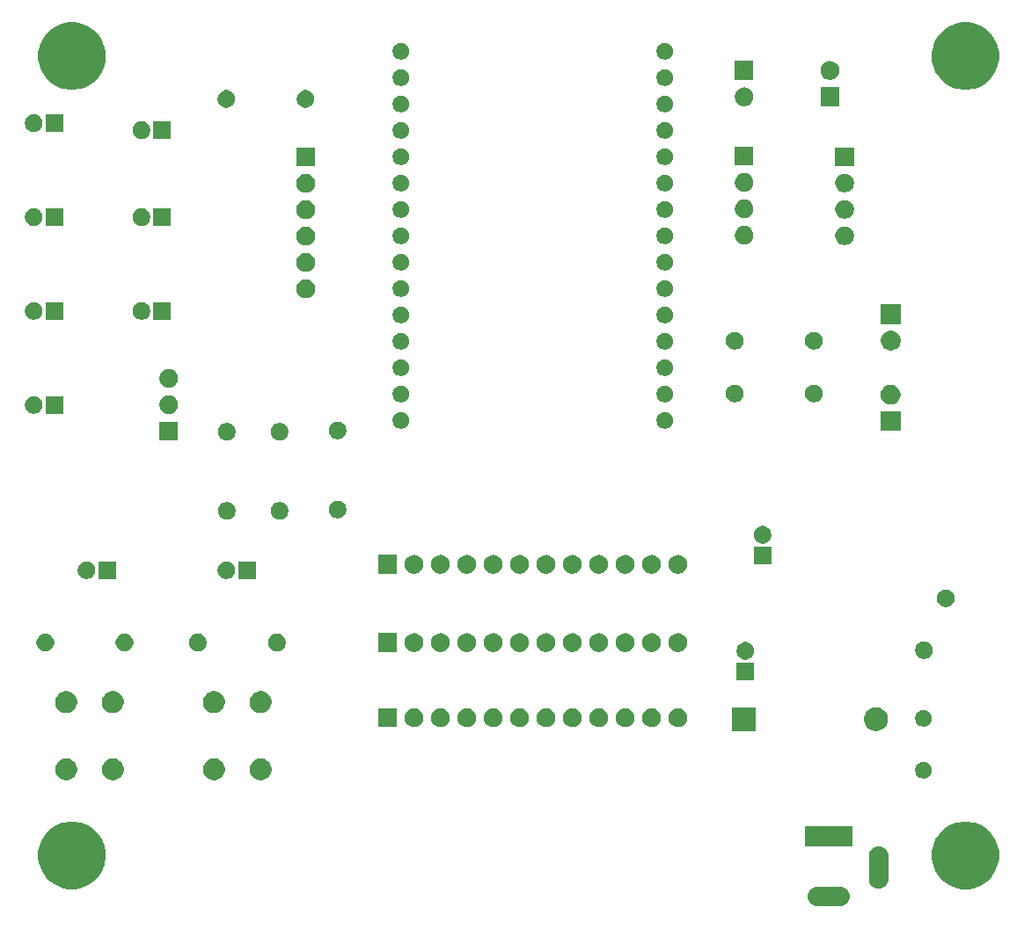
<source format=gts>
G04 #@! TF.GenerationSoftware,KiCad,Pcbnew,5.1.5+dfsg1-2build2*
G04 #@! TF.CreationDate,2021-04-22T17:56:20+02:00*
G04 #@! TF.ProjectId,eGallinero,6547616c-6c69-46e6-9572-6f2e6b696361,rev?*
G04 #@! TF.SameCoordinates,Original*
G04 #@! TF.FileFunction,Soldermask,Top*
G04 #@! TF.FilePolarity,Negative*
%FSLAX46Y46*%
G04 Gerber Fmt 4.6, Leading zero omitted, Abs format (unit mm)*
G04 Created by KiCad (PCBNEW 5.1.5+dfsg1-2build2) date 2021-04-22 17:56:20*
%MOMM*%
%LPD*%
G04 APERTURE LIST*
%ADD10C,0.100000*%
G04 APERTURE END LIST*
D10*
G36*
X81131325Y3976440D02*
G01*
X81131328Y3976439D01*
X81131329Y3976439D01*
X81310593Y3922060D01*
X81310596Y3922058D01*
X81310597Y3922058D01*
X81475803Y3833754D01*
X81620612Y3714912D01*
X81739454Y3570103D01*
X81827758Y3404897D01*
X81827760Y3404893D01*
X81882139Y3225629D01*
X81882140Y3225625D01*
X81900501Y3039200D01*
X81882140Y2852775D01*
X81882139Y2852772D01*
X81882139Y2852771D01*
X81827760Y2673507D01*
X81827758Y2673504D01*
X81827758Y2673503D01*
X81739454Y2508297D01*
X81620612Y2363488D01*
X81475803Y2244646D01*
X81310597Y2156342D01*
X81310593Y2156340D01*
X81131329Y2101961D01*
X81131328Y2101961D01*
X81131325Y2101960D01*
X80991618Y2088200D01*
X78698182Y2088200D01*
X78558475Y2101960D01*
X78558472Y2101961D01*
X78558471Y2101961D01*
X78379207Y2156340D01*
X78379203Y2156342D01*
X78213997Y2244646D01*
X78069188Y2363488D01*
X77950346Y2508297D01*
X77862042Y2673503D01*
X77862042Y2673504D01*
X77862040Y2673507D01*
X77807661Y2852771D01*
X77807661Y2852772D01*
X77807660Y2852775D01*
X77789299Y3039200D01*
X77807660Y3225625D01*
X77807661Y3225629D01*
X77862040Y3404893D01*
X77862042Y3404897D01*
X77950346Y3570103D01*
X78069188Y3714912D01*
X78213997Y3833754D01*
X78379203Y3922058D01*
X78379204Y3922058D01*
X78379207Y3922060D01*
X78558471Y3976439D01*
X78558472Y3976439D01*
X78558475Y3976440D01*
X78698182Y3990200D01*
X80991618Y3990200D01*
X81131325Y3976440D01*
G37*
G36*
X93634239Y10188533D02*
G01*
X93948282Y10126066D01*
X94539926Y9880999D01*
X95072392Y9525216D01*
X95525216Y9072392D01*
X95880999Y8539926D01*
X96126066Y7948282D01*
X96126066Y7948281D01*
X96251000Y7320197D01*
X96251000Y6679803D01*
X96188533Y6365761D01*
X96126066Y6051718D01*
X95880999Y5460074D01*
X95525216Y4927608D01*
X95072392Y4474784D01*
X94539926Y4119001D01*
X93948282Y3873934D01*
X93746283Y3833754D01*
X93320197Y3749000D01*
X92679803Y3749000D01*
X92253717Y3833754D01*
X92051718Y3873934D01*
X91460074Y4119001D01*
X90927608Y4474784D01*
X90474784Y4927608D01*
X90119001Y5460074D01*
X89873934Y6051718D01*
X89811467Y6365761D01*
X89749000Y6679803D01*
X89749000Y7320197D01*
X89873934Y7948281D01*
X89873934Y7948282D01*
X90119001Y8539926D01*
X90474784Y9072392D01*
X90927608Y9525216D01*
X91460074Y9880999D01*
X92051718Y10126066D01*
X92365761Y10188533D01*
X92679803Y10251000D01*
X93320197Y10251000D01*
X93634239Y10188533D01*
G37*
G36*
X7634239Y10188533D02*
G01*
X7948282Y10126066D01*
X8539926Y9880999D01*
X9072392Y9525216D01*
X9525216Y9072392D01*
X9880999Y8539926D01*
X10126066Y7948282D01*
X10126066Y7948281D01*
X10251000Y7320197D01*
X10251000Y6679803D01*
X10188533Y6365761D01*
X10126066Y6051718D01*
X9880999Y5460074D01*
X9525216Y4927608D01*
X9072392Y4474784D01*
X8539926Y4119001D01*
X7948282Y3873934D01*
X7746283Y3833754D01*
X7320197Y3749000D01*
X6679803Y3749000D01*
X6253717Y3833754D01*
X6051718Y3873934D01*
X5460074Y4119001D01*
X4927608Y4474784D01*
X4474784Y4927608D01*
X4119001Y5460074D01*
X3873934Y6051718D01*
X3811467Y6365761D01*
X3749000Y6679803D01*
X3749000Y7320197D01*
X3873934Y7948281D01*
X3873934Y7948282D01*
X4119001Y8539926D01*
X4474784Y9072392D01*
X4927608Y9525216D01*
X5460074Y9880999D01*
X6051718Y10126066D01*
X6365761Y10188533D01*
X6679803Y10251000D01*
X7320197Y10251000D01*
X7634239Y10188533D01*
G37*
G36*
X84831324Y7876440D02*
G01*
X84831327Y7876439D01*
X84831328Y7876439D01*
X85010592Y7822060D01*
X85010595Y7822058D01*
X85010596Y7822058D01*
X85175803Y7733754D01*
X85320612Y7614912D01*
X85439454Y7470103D01*
X85527758Y7304897D01*
X85527760Y7304893D01*
X85580342Y7131552D01*
X85582140Y7125625D01*
X85595900Y6985918D01*
X85595900Y4692482D01*
X85582140Y4552775D01*
X85582139Y4552772D01*
X85582139Y4552771D01*
X85527760Y4373507D01*
X85527758Y4373504D01*
X85527758Y4373503D01*
X85439454Y4208297D01*
X85320612Y4063488D01*
X85175803Y3944646D01*
X85043509Y3873934D01*
X85010593Y3856340D01*
X84831329Y3801961D01*
X84831328Y3801961D01*
X84831325Y3801960D01*
X84644900Y3783599D01*
X84458476Y3801960D01*
X84458473Y3801961D01*
X84458472Y3801961D01*
X84279208Y3856340D01*
X84246292Y3873934D01*
X84113998Y3944646D01*
X83969189Y4063488D01*
X83850347Y4208297D01*
X83762043Y4373503D01*
X83762043Y4373504D01*
X83762041Y4373507D01*
X83707662Y4552771D01*
X83707662Y4552772D01*
X83707661Y4552775D01*
X83693901Y4692482D01*
X83693900Y6985917D01*
X83707660Y7125624D01*
X83707661Y7125628D01*
X83762040Y7304892D01*
X83770220Y7320196D01*
X83850346Y7470103D01*
X83969188Y7614912D01*
X84113997Y7733754D01*
X84279203Y7822058D01*
X84279204Y7822058D01*
X84279207Y7822060D01*
X84458471Y7876439D01*
X84458472Y7876439D01*
X84458475Y7876440D01*
X84644900Y7894801D01*
X84831324Y7876440D01*
G37*
G36*
X82095900Y7888200D02*
G01*
X77593900Y7888200D01*
X77593900Y9790200D01*
X82095900Y9790200D01*
X82095900Y7888200D01*
G37*
G36*
X6753451Y16291111D02*
G01*
X6944720Y16211885D01*
X6944722Y16211884D01*
X7116860Y16096865D01*
X7263252Y15950473D01*
X7331722Y15848001D01*
X7378272Y15778333D01*
X7457498Y15587064D01*
X7497887Y15384016D01*
X7497887Y15176984D01*
X7457498Y14973936D01*
X7398458Y14831400D01*
X7378271Y14782665D01*
X7263252Y14610527D01*
X7116860Y14464135D01*
X6944722Y14349116D01*
X6944721Y14349115D01*
X6944720Y14349115D01*
X6753451Y14269889D01*
X6550403Y14229500D01*
X6343371Y14229500D01*
X6140323Y14269889D01*
X5949054Y14349115D01*
X5949053Y14349115D01*
X5949052Y14349116D01*
X5776914Y14464135D01*
X5630522Y14610527D01*
X5515503Y14782665D01*
X5495316Y14831400D01*
X5436276Y14973936D01*
X5395887Y15176984D01*
X5395887Y15384016D01*
X5436276Y15587064D01*
X5515502Y15778333D01*
X5562053Y15848001D01*
X5630522Y15950473D01*
X5776914Y16096865D01*
X5949052Y16211884D01*
X5949054Y16211885D01*
X6140323Y16291111D01*
X6343371Y16331500D01*
X6550403Y16331500D01*
X6753451Y16291111D01*
G37*
G36*
X11253451Y16291111D02*
G01*
X11444720Y16211885D01*
X11444722Y16211884D01*
X11616860Y16096865D01*
X11763252Y15950473D01*
X11831722Y15848001D01*
X11878272Y15778333D01*
X11957498Y15587064D01*
X11997887Y15384016D01*
X11997887Y15176984D01*
X11957498Y14973936D01*
X11898458Y14831400D01*
X11878271Y14782665D01*
X11763252Y14610527D01*
X11616860Y14464135D01*
X11444722Y14349116D01*
X11444721Y14349115D01*
X11444720Y14349115D01*
X11253451Y14269889D01*
X11050403Y14229500D01*
X10843371Y14229500D01*
X10640323Y14269889D01*
X10449054Y14349115D01*
X10449053Y14349115D01*
X10449052Y14349116D01*
X10276914Y14464135D01*
X10130522Y14610527D01*
X10015503Y14782665D01*
X9995316Y14831400D01*
X9936276Y14973936D01*
X9895887Y15176984D01*
X9895887Y15384016D01*
X9936276Y15587064D01*
X10015502Y15778333D01*
X10062053Y15848001D01*
X10130522Y15950473D01*
X10276914Y16096865D01*
X10449052Y16211884D01*
X10449054Y16211885D01*
X10640323Y16291111D01*
X10843371Y16331500D01*
X11050403Y16331500D01*
X11253451Y16291111D01*
G37*
G36*
X20977451Y16291111D02*
G01*
X21168720Y16211885D01*
X21168722Y16211884D01*
X21340860Y16096865D01*
X21487252Y15950473D01*
X21555722Y15848001D01*
X21602272Y15778333D01*
X21681498Y15587064D01*
X21721887Y15384016D01*
X21721887Y15176984D01*
X21681498Y14973936D01*
X21622458Y14831400D01*
X21602271Y14782665D01*
X21487252Y14610527D01*
X21340860Y14464135D01*
X21168722Y14349116D01*
X21168721Y14349115D01*
X21168720Y14349115D01*
X20977451Y14269889D01*
X20774403Y14229500D01*
X20567371Y14229500D01*
X20364323Y14269889D01*
X20173054Y14349115D01*
X20173053Y14349115D01*
X20173052Y14349116D01*
X20000914Y14464135D01*
X19854522Y14610527D01*
X19739503Y14782665D01*
X19719316Y14831400D01*
X19660276Y14973936D01*
X19619887Y15176984D01*
X19619887Y15384016D01*
X19660276Y15587064D01*
X19739502Y15778333D01*
X19786053Y15848001D01*
X19854522Y15950473D01*
X20000914Y16096865D01*
X20173052Y16211884D01*
X20173054Y16211885D01*
X20364323Y16291111D01*
X20567371Y16331500D01*
X20774403Y16331500D01*
X20977451Y16291111D01*
G37*
G36*
X25477451Y16291111D02*
G01*
X25668720Y16211885D01*
X25668722Y16211884D01*
X25840860Y16096865D01*
X25987252Y15950473D01*
X26055722Y15848001D01*
X26102272Y15778333D01*
X26181498Y15587064D01*
X26221887Y15384016D01*
X26221887Y15176984D01*
X26181498Y14973936D01*
X26122458Y14831400D01*
X26102271Y14782665D01*
X25987252Y14610527D01*
X25840860Y14464135D01*
X25668722Y14349116D01*
X25668721Y14349115D01*
X25668720Y14349115D01*
X25477451Y14269889D01*
X25274403Y14229500D01*
X25067371Y14229500D01*
X24864323Y14269889D01*
X24673054Y14349115D01*
X24673053Y14349115D01*
X24673052Y14349116D01*
X24500914Y14464135D01*
X24354522Y14610527D01*
X24239503Y14782665D01*
X24219316Y14831400D01*
X24160276Y14973936D01*
X24119887Y15176984D01*
X24119887Y15384016D01*
X24160276Y15587064D01*
X24239502Y15778333D01*
X24286053Y15848001D01*
X24354522Y15950473D01*
X24500914Y16096865D01*
X24673052Y16211884D01*
X24673054Y16211885D01*
X24864323Y16291111D01*
X25067371Y16331500D01*
X25274403Y16331500D01*
X25477451Y16291111D01*
G37*
G36*
X89200642Y15998258D02*
G01*
X89348601Y15936971D01*
X89481755Y15848001D01*
X89595001Y15734755D01*
X89683971Y15601601D01*
X89745258Y15453642D01*
X89776500Y15296575D01*
X89776500Y15136425D01*
X89745258Y14979358D01*
X89683971Y14831399D01*
X89595001Y14698245D01*
X89481755Y14584999D01*
X89348601Y14496029D01*
X89200642Y14434742D01*
X89043575Y14403500D01*
X88883425Y14403500D01*
X88726358Y14434742D01*
X88578399Y14496029D01*
X88445245Y14584999D01*
X88331999Y14698245D01*
X88243029Y14831399D01*
X88181742Y14979358D01*
X88150500Y15136425D01*
X88150500Y15296575D01*
X88181742Y15453642D01*
X88243029Y15601601D01*
X88331999Y15734755D01*
X88445245Y15848001D01*
X88578399Y15936971D01*
X88726358Y15998258D01*
X88883425Y16029500D01*
X89043575Y16029500D01*
X89200642Y15998258D01*
G37*
G36*
X84616049Y21258384D02*
G01*
X84727234Y21236268D01*
X84936703Y21149503D01*
X85125220Y21023540D01*
X85285540Y20863220D01*
X85411503Y20674703D01*
X85498268Y20465234D01*
X85500574Y20453642D01*
X85542500Y20242865D01*
X85542500Y20016135D01*
X85535184Y19979357D01*
X85498268Y19793766D01*
X85411503Y19584297D01*
X85285540Y19395780D01*
X85125220Y19235460D01*
X84936703Y19109497D01*
X84727234Y19022732D01*
X84616049Y19000616D01*
X84504865Y18978500D01*
X84278135Y18978500D01*
X84166951Y19000616D01*
X84055766Y19022732D01*
X83846297Y19109497D01*
X83657780Y19235460D01*
X83497460Y19395780D01*
X83371497Y19584297D01*
X83284732Y19793766D01*
X83247816Y19979357D01*
X83240500Y20016135D01*
X83240500Y20242865D01*
X83282426Y20453642D01*
X83284732Y20465234D01*
X83371497Y20674703D01*
X83497460Y20863220D01*
X83657780Y21023540D01*
X83846297Y21149503D01*
X84055766Y21236268D01*
X84166951Y21258384D01*
X84278135Y21280500D01*
X84504865Y21280500D01*
X84616049Y21258384D01*
G37*
G36*
X72842500Y18978500D02*
G01*
X70540500Y18978500D01*
X70540500Y21280500D01*
X72842500Y21280500D01*
X72842500Y18978500D01*
G37*
G36*
X40050012Y21152573D02*
G01*
X40199312Y21122876D01*
X40363284Y21054956D01*
X40510854Y20956353D01*
X40636353Y20830854D01*
X40734956Y20683284D01*
X40802876Y20519312D01*
X40837500Y20345241D01*
X40837500Y20167759D01*
X40802876Y19993688D01*
X40734956Y19829716D01*
X40636353Y19682146D01*
X40510854Y19556647D01*
X40363284Y19458044D01*
X40199312Y19390124D01*
X40050012Y19360427D01*
X40025242Y19355500D01*
X39847758Y19355500D01*
X39822988Y19360427D01*
X39673688Y19390124D01*
X39509716Y19458044D01*
X39362146Y19556647D01*
X39236647Y19682146D01*
X39138044Y19829716D01*
X39070124Y19993688D01*
X39035500Y20167759D01*
X39035500Y20345241D01*
X39070124Y20519312D01*
X39138044Y20683284D01*
X39236647Y20830854D01*
X39362146Y20956353D01*
X39509716Y21054956D01*
X39673688Y21122876D01*
X39822988Y21152573D01*
X39847758Y21157500D01*
X40025242Y21157500D01*
X40050012Y21152573D01*
G37*
G36*
X50210012Y21152573D02*
G01*
X50359312Y21122876D01*
X50523284Y21054956D01*
X50670854Y20956353D01*
X50796353Y20830854D01*
X50894956Y20683284D01*
X50962876Y20519312D01*
X50997500Y20345241D01*
X50997500Y20167759D01*
X50962876Y19993688D01*
X50894956Y19829716D01*
X50796353Y19682146D01*
X50670854Y19556647D01*
X50523284Y19458044D01*
X50359312Y19390124D01*
X50210012Y19360427D01*
X50185242Y19355500D01*
X50007758Y19355500D01*
X49982988Y19360427D01*
X49833688Y19390124D01*
X49669716Y19458044D01*
X49522146Y19556647D01*
X49396647Y19682146D01*
X49298044Y19829716D01*
X49230124Y19993688D01*
X49195500Y20167759D01*
X49195500Y20345241D01*
X49230124Y20519312D01*
X49298044Y20683284D01*
X49396647Y20830854D01*
X49522146Y20956353D01*
X49669716Y21054956D01*
X49833688Y21122876D01*
X49982988Y21152573D01*
X50007758Y21157500D01*
X50185242Y21157500D01*
X50210012Y21152573D01*
G37*
G36*
X45130012Y21152573D02*
G01*
X45279312Y21122876D01*
X45443284Y21054956D01*
X45590854Y20956353D01*
X45716353Y20830854D01*
X45814956Y20683284D01*
X45882876Y20519312D01*
X45917500Y20345241D01*
X45917500Y20167759D01*
X45882876Y19993688D01*
X45814956Y19829716D01*
X45716353Y19682146D01*
X45590854Y19556647D01*
X45443284Y19458044D01*
X45279312Y19390124D01*
X45130012Y19360427D01*
X45105242Y19355500D01*
X44927758Y19355500D01*
X44902988Y19360427D01*
X44753688Y19390124D01*
X44589716Y19458044D01*
X44442146Y19556647D01*
X44316647Y19682146D01*
X44218044Y19829716D01*
X44150124Y19993688D01*
X44115500Y20167759D01*
X44115500Y20345241D01*
X44150124Y20519312D01*
X44218044Y20683284D01*
X44316647Y20830854D01*
X44442146Y20956353D01*
X44589716Y21054956D01*
X44753688Y21122876D01*
X44902988Y21152573D01*
X44927758Y21157500D01*
X45105242Y21157500D01*
X45130012Y21152573D01*
G37*
G36*
X42590012Y21152573D02*
G01*
X42739312Y21122876D01*
X42903284Y21054956D01*
X43050854Y20956353D01*
X43176353Y20830854D01*
X43274956Y20683284D01*
X43342876Y20519312D01*
X43377500Y20345241D01*
X43377500Y20167759D01*
X43342876Y19993688D01*
X43274956Y19829716D01*
X43176353Y19682146D01*
X43050854Y19556647D01*
X42903284Y19458044D01*
X42739312Y19390124D01*
X42590012Y19360427D01*
X42565242Y19355500D01*
X42387758Y19355500D01*
X42362988Y19360427D01*
X42213688Y19390124D01*
X42049716Y19458044D01*
X41902146Y19556647D01*
X41776647Y19682146D01*
X41678044Y19829716D01*
X41610124Y19993688D01*
X41575500Y20167759D01*
X41575500Y20345241D01*
X41610124Y20519312D01*
X41678044Y20683284D01*
X41776647Y20830854D01*
X41902146Y20956353D01*
X42049716Y21054956D01*
X42213688Y21122876D01*
X42362988Y21152573D01*
X42387758Y21157500D01*
X42565242Y21157500D01*
X42590012Y21152573D01*
G37*
G36*
X38297500Y19355500D02*
G01*
X36495500Y19355500D01*
X36495500Y21157500D01*
X38297500Y21157500D01*
X38297500Y19355500D01*
G37*
G36*
X62910012Y21152573D02*
G01*
X63059312Y21122876D01*
X63223284Y21054956D01*
X63370854Y20956353D01*
X63496353Y20830854D01*
X63594956Y20683284D01*
X63662876Y20519312D01*
X63697500Y20345241D01*
X63697500Y20167759D01*
X63662876Y19993688D01*
X63594956Y19829716D01*
X63496353Y19682146D01*
X63370854Y19556647D01*
X63223284Y19458044D01*
X63059312Y19390124D01*
X62910012Y19360427D01*
X62885242Y19355500D01*
X62707758Y19355500D01*
X62682988Y19360427D01*
X62533688Y19390124D01*
X62369716Y19458044D01*
X62222146Y19556647D01*
X62096647Y19682146D01*
X61998044Y19829716D01*
X61930124Y19993688D01*
X61895500Y20167759D01*
X61895500Y20345241D01*
X61930124Y20519312D01*
X61998044Y20683284D01*
X62096647Y20830854D01*
X62222146Y20956353D01*
X62369716Y21054956D01*
X62533688Y21122876D01*
X62682988Y21152573D01*
X62707758Y21157500D01*
X62885242Y21157500D01*
X62910012Y21152573D01*
G37*
G36*
X57830012Y21152573D02*
G01*
X57979312Y21122876D01*
X58143284Y21054956D01*
X58290854Y20956353D01*
X58416353Y20830854D01*
X58514956Y20683284D01*
X58582876Y20519312D01*
X58617500Y20345241D01*
X58617500Y20167759D01*
X58582876Y19993688D01*
X58514956Y19829716D01*
X58416353Y19682146D01*
X58290854Y19556647D01*
X58143284Y19458044D01*
X57979312Y19390124D01*
X57830012Y19360427D01*
X57805242Y19355500D01*
X57627758Y19355500D01*
X57602988Y19360427D01*
X57453688Y19390124D01*
X57289716Y19458044D01*
X57142146Y19556647D01*
X57016647Y19682146D01*
X56918044Y19829716D01*
X56850124Y19993688D01*
X56815500Y20167759D01*
X56815500Y20345241D01*
X56850124Y20519312D01*
X56918044Y20683284D01*
X57016647Y20830854D01*
X57142146Y20956353D01*
X57289716Y21054956D01*
X57453688Y21122876D01*
X57602988Y21152573D01*
X57627758Y21157500D01*
X57805242Y21157500D01*
X57830012Y21152573D01*
G37*
G36*
X65450012Y21152573D02*
G01*
X65599312Y21122876D01*
X65763284Y21054956D01*
X65910854Y20956353D01*
X66036353Y20830854D01*
X66134956Y20683284D01*
X66202876Y20519312D01*
X66237500Y20345241D01*
X66237500Y20167759D01*
X66202876Y19993688D01*
X66134956Y19829716D01*
X66036353Y19682146D01*
X65910854Y19556647D01*
X65763284Y19458044D01*
X65599312Y19390124D01*
X65450012Y19360427D01*
X65425242Y19355500D01*
X65247758Y19355500D01*
X65222988Y19360427D01*
X65073688Y19390124D01*
X64909716Y19458044D01*
X64762146Y19556647D01*
X64636647Y19682146D01*
X64538044Y19829716D01*
X64470124Y19993688D01*
X64435500Y20167759D01*
X64435500Y20345241D01*
X64470124Y20519312D01*
X64538044Y20683284D01*
X64636647Y20830854D01*
X64762146Y20956353D01*
X64909716Y21054956D01*
X65073688Y21122876D01*
X65222988Y21152573D01*
X65247758Y21157500D01*
X65425242Y21157500D01*
X65450012Y21152573D01*
G37*
G36*
X55290012Y21152573D02*
G01*
X55439312Y21122876D01*
X55603284Y21054956D01*
X55750854Y20956353D01*
X55876353Y20830854D01*
X55974956Y20683284D01*
X56042876Y20519312D01*
X56077500Y20345241D01*
X56077500Y20167759D01*
X56042876Y19993688D01*
X55974956Y19829716D01*
X55876353Y19682146D01*
X55750854Y19556647D01*
X55603284Y19458044D01*
X55439312Y19390124D01*
X55290012Y19360427D01*
X55265242Y19355500D01*
X55087758Y19355500D01*
X55062988Y19360427D01*
X54913688Y19390124D01*
X54749716Y19458044D01*
X54602146Y19556647D01*
X54476647Y19682146D01*
X54378044Y19829716D01*
X54310124Y19993688D01*
X54275500Y20167759D01*
X54275500Y20345241D01*
X54310124Y20519312D01*
X54378044Y20683284D01*
X54476647Y20830854D01*
X54602146Y20956353D01*
X54749716Y21054956D01*
X54913688Y21122876D01*
X55062988Y21152573D01*
X55087758Y21157500D01*
X55265242Y21157500D01*
X55290012Y21152573D01*
G37*
G36*
X52750012Y21152573D02*
G01*
X52899312Y21122876D01*
X53063284Y21054956D01*
X53210854Y20956353D01*
X53336353Y20830854D01*
X53434956Y20683284D01*
X53502876Y20519312D01*
X53537500Y20345241D01*
X53537500Y20167759D01*
X53502876Y19993688D01*
X53434956Y19829716D01*
X53336353Y19682146D01*
X53210854Y19556647D01*
X53063284Y19458044D01*
X52899312Y19390124D01*
X52750012Y19360427D01*
X52725242Y19355500D01*
X52547758Y19355500D01*
X52522988Y19360427D01*
X52373688Y19390124D01*
X52209716Y19458044D01*
X52062146Y19556647D01*
X51936647Y19682146D01*
X51838044Y19829716D01*
X51770124Y19993688D01*
X51735500Y20167759D01*
X51735500Y20345241D01*
X51770124Y20519312D01*
X51838044Y20683284D01*
X51936647Y20830854D01*
X52062146Y20956353D01*
X52209716Y21054956D01*
X52373688Y21122876D01*
X52522988Y21152573D01*
X52547758Y21157500D01*
X52725242Y21157500D01*
X52750012Y21152573D01*
G37*
G36*
X47670012Y21152573D02*
G01*
X47819312Y21122876D01*
X47983284Y21054956D01*
X48130854Y20956353D01*
X48256353Y20830854D01*
X48354956Y20683284D01*
X48422876Y20519312D01*
X48457500Y20345241D01*
X48457500Y20167759D01*
X48422876Y19993688D01*
X48354956Y19829716D01*
X48256353Y19682146D01*
X48130854Y19556647D01*
X47983284Y19458044D01*
X47819312Y19390124D01*
X47670012Y19360427D01*
X47645242Y19355500D01*
X47467758Y19355500D01*
X47442988Y19360427D01*
X47293688Y19390124D01*
X47129716Y19458044D01*
X46982146Y19556647D01*
X46856647Y19682146D01*
X46758044Y19829716D01*
X46690124Y19993688D01*
X46655500Y20167759D01*
X46655500Y20345241D01*
X46690124Y20519312D01*
X46758044Y20683284D01*
X46856647Y20830854D01*
X46982146Y20956353D01*
X47129716Y21054956D01*
X47293688Y21122876D01*
X47442988Y21152573D01*
X47467758Y21157500D01*
X47645242Y21157500D01*
X47670012Y21152573D01*
G37*
G36*
X60370012Y21152573D02*
G01*
X60519312Y21122876D01*
X60683284Y21054956D01*
X60830854Y20956353D01*
X60956353Y20830854D01*
X61054956Y20683284D01*
X61122876Y20519312D01*
X61157500Y20345241D01*
X61157500Y20167759D01*
X61122876Y19993688D01*
X61054956Y19829716D01*
X60956353Y19682146D01*
X60830854Y19556647D01*
X60683284Y19458044D01*
X60519312Y19390124D01*
X60370012Y19360427D01*
X60345242Y19355500D01*
X60167758Y19355500D01*
X60142988Y19360427D01*
X59993688Y19390124D01*
X59829716Y19458044D01*
X59682146Y19556647D01*
X59556647Y19682146D01*
X59458044Y19829716D01*
X59390124Y19993688D01*
X59355500Y20167759D01*
X59355500Y20345241D01*
X59390124Y20519312D01*
X59458044Y20683284D01*
X59556647Y20830854D01*
X59682146Y20956353D01*
X59829716Y21054956D01*
X59993688Y21122876D01*
X60142988Y21152573D01*
X60167758Y21157500D01*
X60345242Y21157500D01*
X60370012Y21152573D01*
G37*
G36*
X89200642Y20998258D02*
G01*
X89348601Y20936971D01*
X89481755Y20848001D01*
X89595001Y20734755D01*
X89683971Y20601601D01*
X89745258Y20453642D01*
X89776500Y20296575D01*
X89776500Y20136425D01*
X89745258Y19979358D01*
X89683971Y19831399D01*
X89595001Y19698245D01*
X89481755Y19584999D01*
X89348601Y19496029D01*
X89200642Y19434742D01*
X89043575Y19403500D01*
X88883425Y19403500D01*
X88726358Y19434742D01*
X88578399Y19496029D01*
X88445245Y19584999D01*
X88331999Y19698245D01*
X88243029Y19831399D01*
X88181742Y19979358D01*
X88150500Y20136425D01*
X88150500Y20296575D01*
X88181742Y20453642D01*
X88243029Y20601601D01*
X88331999Y20734755D01*
X88445245Y20848001D01*
X88578399Y20936971D01*
X88726358Y20998258D01*
X88883425Y21029500D01*
X89043575Y21029500D01*
X89200642Y20998258D01*
G37*
G36*
X6753451Y22791111D02*
G01*
X6944720Y22711885D01*
X6944722Y22711884D01*
X7116860Y22596865D01*
X7263252Y22450473D01*
X7378272Y22278333D01*
X7457498Y22087064D01*
X7497887Y21884016D01*
X7497887Y21676984D01*
X7457498Y21473936D01*
X7378272Y21282667D01*
X7378271Y21282665D01*
X7263252Y21110527D01*
X7116860Y20964135D01*
X6944722Y20849116D01*
X6944721Y20849115D01*
X6944720Y20849115D01*
X6753451Y20769889D01*
X6550403Y20729500D01*
X6343371Y20729500D01*
X6140323Y20769889D01*
X5949054Y20849115D01*
X5949053Y20849115D01*
X5949052Y20849116D01*
X5776914Y20964135D01*
X5630522Y21110527D01*
X5515503Y21282665D01*
X5515502Y21282667D01*
X5436276Y21473936D01*
X5395887Y21676984D01*
X5395887Y21884016D01*
X5436276Y22087064D01*
X5515502Y22278333D01*
X5630522Y22450473D01*
X5776914Y22596865D01*
X5949052Y22711884D01*
X5949054Y22711885D01*
X6140323Y22791111D01*
X6343371Y22831500D01*
X6550403Y22831500D01*
X6753451Y22791111D01*
G37*
G36*
X11253451Y22791111D02*
G01*
X11444720Y22711885D01*
X11444722Y22711884D01*
X11616860Y22596865D01*
X11763252Y22450473D01*
X11878272Y22278333D01*
X11957498Y22087064D01*
X11997887Y21884016D01*
X11997887Y21676984D01*
X11957498Y21473936D01*
X11878272Y21282667D01*
X11878271Y21282665D01*
X11763252Y21110527D01*
X11616860Y20964135D01*
X11444722Y20849116D01*
X11444721Y20849115D01*
X11444720Y20849115D01*
X11253451Y20769889D01*
X11050403Y20729500D01*
X10843371Y20729500D01*
X10640323Y20769889D01*
X10449054Y20849115D01*
X10449053Y20849115D01*
X10449052Y20849116D01*
X10276914Y20964135D01*
X10130522Y21110527D01*
X10015503Y21282665D01*
X10015502Y21282667D01*
X9936276Y21473936D01*
X9895887Y21676984D01*
X9895887Y21884016D01*
X9936276Y22087064D01*
X10015502Y22278333D01*
X10130522Y22450473D01*
X10276914Y22596865D01*
X10449052Y22711884D01*
X10449054Y22711885D01*
X10640323Y22791111D01*
X10843371Y22831500D01*
X11050403Y22831500D01*
X11253451Y22791111D01*
G37*
G36*
X25477451Y22791111D02*
G01*
X25668720Y22711885D01*
X25668722Y22711884D01*
X25840860Y22596865D01*
X25987252Y22450473D01*
X26102272Y22278333D01*
X26181498Y22087064D01*
X26221887Y21884016D01*
X26221887Y21676984D01*
X26181498Y21473936D01*
X26102272Y21282667D01*
X26102271Y21282665D01*
X25987252Y21110527D01*
X25840860Y20964135D01*
X25668722Y20849116D01*
X25668721Y20849115D01*
X25668720Y20849115D01*
X25477451Y20769889D01*
X25274403Y20729500D01*
X25067371Y20729500D01*
X24864323Y20769889D01*
X24673054Y20849115D01*
X24673053Y20849115D01*
X24673052Y20849116D01*
X24500914Y20964135D01*
X24354522Y21110527D01*
X24239503Y21282665D01*
X24239502Y21282667D01*
X24160276Y21473936D01*
X24119887Y21676984D01*
X24119887Y21884016D01*
X24160276Y22087064D01*
X24239502Y22278333D01*
X24354522Y22450473D01*
X24500914Y22596865D01*
X24673052Y22711884D01*
X24673054Y22711885D01*
X24864323Y22791111D01*
X25067371Y22831500D01*
X25274403Y22831500D01*
X25477451Y22791111D01*
G37*
G36*
X20977451Y22791111D02*
G01*
X21168720Y22711885D01*
X21168722Y22711884D01*
X21340860Y22596865D01*
X21487252Y22450473D01*
X21602272Y22278333D01*
X21681498Y22087064D01*
X21721887Y21884016D01*
X21721887Y21676984D01*
X21681498Y21473936D01*
X21602272Y21282667D01*
X21602271Y21282665D01*
X21487252Y21110527D01*
X21340860Y20964135D01*
X21168722Y20849116D01*
X21168721Y20849115D01*
X21168720Y20849115D01*
X20977451Y20769889D01*
X20774403Y20729500D01*
X20567371Y20729500D01*
X20364323Y20769889D01*
X20173054Y20849115D01*
X20173053Y20849115D01*
X20173052Y20849116D01*
X20000914Y20964135D01*
X19854522Y21110527D01*
X19739503Y21282665D01*
X19739502Y21282667D01*
X19660276Y21473936D01*
X19619887Y21676984D01*
X19619887Y21884016D01*
X19660276Y22087064D01*
X19739502Y22278333D01*
X19854522Y22450473D01*
X20000914Y22596865D01*
X20173052Y22711884D01*
X20173054Y22711885D01*
X20364323Y22791111D01*
X20567371Y22831500D01*
X20774403Y22831500D01*
X20977451Y22791111D01*
G37*
G36*
X72669500Y23850500D02*
G01*
X70967500Y23850500D01*
X70967500Y25552500D01*
X72669500Y25552500D01*
X72669500Y23850500D01*
G37*
G36*
X72066728Y27519797D02*
G01*
X72221600Y27455647D01*
X72360981Y27362515D01*
X72479515Y27243981D01*
X72572647Y27104600D01*
X72636797Y26949728D01*
X72669500Y26785316D01*
X72669500Y26617684D01*
X72636797Y26453272D01*
X72572647Y26298400D01*
X72479515Y26159019D01*
X72360981Y26040485D01*
X72221600Y25947353D01*
X72066728Y25883203D01*
X71902316Y25850500D01*
X71734684Y25850500D01*
X71570272Y25883203D01*
X71415400Y25947353D01*
X71276019Y26040485D01*
X71157485Y26159019D01*
X71064353Y26298400D01*
X71000203Y26453272D01*
X70967500Y26617684D01*
X70967500Y26785316D01*
X71000203Y26949728D01*
X71064353Y27104600D01*
X71157485Y27243981D01*
X71276019Y27362515D01*
X71415400Y27455647D01*
X71570272Y27519797D01*
X71734684Y27552500D01*
X71902316Y27552500D01*
X72066728Y27519797D01*
G37*
G36*
X89249828Y27589897D02*
G01*
X89404700Y27525747D01*
X89544081Y27432615D01*
X89662615Y27314081D01*
X89755747Y27174700D01*
X89819897Y27019828D01*
X89852600Y26855416D01*
X89852600Y26687784D01*
X89819897Y26523372D01*
X89755747Y26368500D01*
X89662615Y26229119D01*
X89544081Y26110585D01*
X89404700Y26017453D01*
X89249828Y25953303D01*
X89085416Y25920600D01*
X88917784Y25920600D01*
X88753372Y25953303D01*
X88598500Y26017453D01*
X88459119Y26110585D01*
X88340585Y26229119D01*
X88247453Y26368500D01*
X88183303Y26523372D01*
X88150600Y26687784D01*
X88150600Y26855416D01*
X88183303Y27019828D01*
X88247453Y27174700D01*
X88340585Y27314081D01*
X88459119Y27432615D01*
X88598500Y27525747D01*
X88753372Y27589897D01*
X88917784Y27622600D01*
X89085416Y27622600D01*
X89249828Y27589897D01*
G37*
G36*
X52750012Y28391573D02*
G01*
X52899312Y28361876D01*
X53063284Y28293956D01*
X53210854Y28195353D01*
X53336353Y28069854D01*
X53434956Y27922284D01*
X53502876Y27758312D01*
X53529870Y27622600D01*
X53536376Y27589895D01*
X53537500Y27584241D01*
X53537500Y27406759D01*
X53502876Y27232688D01*
X53434956Y27068716D01*
X53336353Y26921146D01*
X53210854Y26795647D01*
X53063284Y26697044D01*
X52899312Y26629124D01*
X52750012Y26599427D01*
X52725242Y26594500D01*
X52547758Y26594500D01*
X52522988Y26599427D01*
X52373688Y26629124D01*
X52209716Y26697044D01*
X52062146Y26795647D01*
X51936647Y26921146D01*
X51838044Y27068716D01*
X51770124Y27232688D01*
X51735500Y27406759D01*
X51735500Y27584241D01*
X51736625Y27589895D01*
X51743130Y27622600D01*
X51770124Y27758312D01*
X51838044Y27922284D01*
X51936647Y28069854D01*
X52062146Y28195353D01*
X52209716Y28293956D01*
X52373688Y28361876D01*
X52522988Y28391573D01*
X52547758Y28396500D01*
X52725242Y28396500D01*
X52750012Y28391573D01*
G37*
G36*
X55290012Y28391573D02*
G01*
X55439312Y28361876D01*
X55603284Y28293956D01*
X55750854Y28195353D01*
X55876353Y28069854D01*
X55974956Y27922284D01*
X56042876Y27758312D01*
X56069870Y27622600D01*
X56076376Y27589895D01*
X56077500Y27584241D01*
X56077500Y27406759D01*
X56042876Y27232688D01*
X55974956Y27068716D01*
X55876353Y26921146D01*
X55750854Y26795647D01*
X55603284Y26697044D01*
X55439312Y26629124D01*
X55290012Y26599427D01*
X55265242Y26594500D01*
X55087758Y26594500D01*
X55062988Y26599427D01*
X54913688Y26629124D01*
X54749716Y26697044D01*
X54602146Y26795647D01*
X54476647Y26921146D01*
X54378044Y27068716D01*
X54310124Y27232688D01*
X54275500Y27406759D01*
X54275500Y27584241D01*
X54276625Y27589895D01*
X54283130Y27622600D01*
X54310124Y27758312D01*
X54378044Y27922284D01*
X54476647Y28069854D01*
X54602146Y28195353D01*
X54749716Y28293956D01*
X54913688Y28361876D01*
X55062988Y28391573D01*
X55087758Y28396500D01*
X55265242Y28396500D01*
X55290012Y28391573D01*
G37*
G36*
X45130012Y28391573D02*
G01*
X45279312Y28361876D01*
X45443284Y28293956D01*
X45590854Y28195353D01*
X45716353Y28069854D01*
X45814956Y27922284D01*
X45882876Y27758312D01*
X45909870Y27622600D01*
X45916376Y27589895D01*
X45917500Y27584241D01*
X45917500Y27406759D01*
X45882876Y27232688D01*
X45814956Y27068716D01*
X45716353Y26921146D01*
X45590854Y26795647D01*
X45443284Y26697044D01*
X45279312Y26629124D01*
X45130012Y26599427D01*
X45105242Y26594500D01*
X44927758Y26594500D01*
X44902988Y26599427D01*
X44753688Y26629124D01*
X44589716Y26697044D01*
X44442146Y26795647D01*
X44316647Y26921146D01*
X44218044Y27068716D01*
X44150124Y27232688D01*
X44115500Y27406759D01*
X44115500Y27584241D01*
X44116625Y27589895D01*
X44123130Y27622600D01*
X44150124Y27758312D01*
X44218044Y27922284D01*
X44316647Y28069854D01*
X44442146Y28195353D01*
X44589716Y28293956D01*
X44753688Y28361876D01*
X44902988Y28391573D01*
X44927758Y28396500D01*
X45105242Y28396500D01*
X45130012Y28391573D01*
G37*
G36*
X47670012Y28391573D02*
G01*
X47819312Y28361876D01*
X47983284Y28293956D01*
X48130854Y28195353D01*
X48256353Y28069854D01*
X48354956Y27922284D01*
X48422876Y27758312D01*
X48449870Y27622600D01*
X48456376Y27589895D01*
X48457500Y27584241D01*
X48457500Y27406759D01*
X48422876Y27232688D01*
X48354956Y27068716D01*
X48256353Y26921146D01*
X48130854Y26795647D01*
X47983284Y26697044D01*
X47819312Y26629124D01*
X47670012Y26599427D01*
X47645242Y26594500D01*
X47467758Y26594500D01*
X47442988Y26599427D01*
X47293688Y26629124D01*
X47129716Y26697044D01*
X46982146Y26795647D01*
X46856647Y26921146D01*
X46758044Y27068716D01*
X46690124Y27232688D01*
X46655500Y27406759D01*
X46655500Y27584241D01*
X46656625Y27589895D01*
X46663130Y27622600D01*
X46690124Y27758312D01*
X46758044Y27922284D01*
X46856647Y28069854D01*
X46982146Y28195353D01*
X47129716Y28293956D01*
X47293688Y28361876D01*
X47442988Y28391573D01*
X47467758Y28396500D01*
X47645242Y28396500D01*
X47670012Y28391573D01*
G37*
G36*
X50210012Y28391573D02*
G01*
X50359312Y28361876D01*
X50523284Y28293956D01*
X50670854Y28195353D01*
X50796353Y28069854D01*
X50894956Y27922284D01*
X50962876Y27758312D01*
X50989870Y27622600D01*
X50996376Y27589895D01*
X50997500Y27584241D01*
X50997500Y27406759D01*
X50962876Y27232688D01*
X50894956Y27068716D01*
X50796353Y26921146D01*
X50670854Y26795647D01*
X50523284Y26697044D01*
X50359312Y26629124D01*
X50210012Y26599427D01*
X50185242Y26594500D01*
X50007758Y26594500D01*
X49982988Y26599427D01*
X49833688Y26629124D01*
X49669716Y26697044D01*
X49522146Y26795647D01*
X49396647Y26921146D01*
X49298044Y27068716D01*
X49230124Y27232688D01*
X49195500Y27406759D01*
X49195500Y27584241D01*
X49196625Y27589895D01*
X49203130Y27622600D01*
X49230124Y27758312D01*
X49298044Y27922284D01*
X49396647Y28069854D01*
X49522146Y28195353D01*
X49669716Y28293956D01*
X49833688Y28361876D01*
X49982988Y28391573D01*
X50007758Y28396500D01*
X50185242Y28396500D01*
X50210012Y28391573D01*
G37*
G36*
X62910012Y28391573D02*
G01*
X63059312Y28361876D01*
X63223284Y28293956D01*
X63370854Y28195353D01*
X63496353Y28069854D01*
X63594956Y27922284D01*
X63662876Y27758312D01*
X63689870Y27622600D01*
X63696376Y27589895D01*
X63697500Y27584241D01*
X63697500Y27406759D01*
X63662876Y27232688D01*
X63594956Y27068716D01*
X63496353Y26921146D01*
X63370854Y26795647D01*
X63223284Y26697044D01*
X63059312Y26629124D01*
X62910012Y26599427D01*
X62885242Y26594500D01*
X62707758Y26594500D01*
X62682988Y26599427D01*
X62533688Y26629124D01*
X62369716Y26697044D01*
X62222146Y26795647D01*
X62096647Y26921146D01*
X61998044Y27068716D01*
X61930124Y27232688D01*
X61895500Y27406759D01*
X61895500Y27584241D01*
X61896625Y27589895D01*
X61903130Y27622600D01*
X61930124Y27758312D01*
X61998044Y27922284D01*
X62096647Y28069854D01*
X62222146Y28195353D01*
X62369716Y28293956D01*
X62533688Y28361876D01*
X62682988Y28391573D01*
X62707758Y28396500D01*
X62885242Y28396500D01*
X62910012Y28391573D01*
G37*
G36*
X42590012Y28391573D02*
G01*
X42739312Y28361876D01*
X42903284Y28293956D01*
X43050854Y28195353D01*
X43176353Y28069854D01*
X43274956Y27922284D01*
X43342876Y27758312D01*
X43369870Y27622600D01*
X43376376Y27589895D01*
X43377500Y27584241D01*
X43377500Y27406759D01*
X43342876Y27232688D01*
X43274956Y27068716D01*
X43176353Y26921146D01*
X43050854Y26795647D01*
X42903284Y26697044D01*
X42739312Y26629124D01*
X42590012Y26599427D01*
X42565242Y26594500D01*
X42387758Y26594500D01*
X42362988Y26599427D01*
X42213688Y26629124D01*
X42049716Y26697044D01*
X41902146Y26795647D01*
X41776647Y26921146D01*
X41678044Y27068716D01*
X41610124Y27232688D01*
X41575500Y27406759D01*
X41575500Y27584241D01*
X41576625Y27589895D01*
X41583130Y27622600D01*
X41610124Y27758312D01*
X41678044Y27922284D01*
X41776647Y28069854D01*
X41902146Y28195353D01*
X42049716Y28293956D01*
X42213688Y28361876D01*
X42362988Y28391573D01*
X42387758Y28396500D01*
X42565242Y28396500D01*
X42590012Y28391573D01*
G37*
G36*
X38297500Y26594500D02*
G01*
X36495500Y26594500D01*
X36495500Y28396500D01*
X38297500Y28396500D01*
X38297500Y26594500D01*
G37*
G36*
X65450012Y28391573D02*
G01*
X65599312Y28361876D01*
X65763284Y28293956D01*
X65910854Y28195353D01*
X66036353Y28069854D01*
X66134956Y27922284D01*
X66202876Y27758312D01*
X66229870Y27622600D01*
X66236376Y27589895D01*
X66237500Y27584241D01*
X66237500Y27406759D01*
X66202876Y27232688D01*
X66134956Y27068716D01*
X66036353Y26921146D01*
X65910854Y26795647D01*
X65763284Y26697044D01*
X65599312Y26629124D01*
X65450012Y26599427D01*
X65425242Y26594500D01*
X65247758Y26594500D01*
X65222988Y26599427D01*
X65073688Y26629124D01*
X64909716Y26697044D01*
X64762146Y26795647D01*
X64636647Y26921146D01*
X64538044Y27068716D01*
X64470124Y27232688D01*
X64435500Y27406759D01*
X64435500Y27584241D01*
X64436625Y27589895D01*
X64443130Y27622600D01*
X64470124Y27758312D01*
X64538044Y27922284D01*
X64636647Y28069854D01*
X64762146Y28195353D01*
X64909716Y28293956D01*
X65073688Y28361876D01*
X65222988Y28391573D01*
X65247758Y28396500D01*
X65425242Y28396500D01*
X65450012Y28391573D01*
G37*
G36*
X57830012Y28391573D02*
G01*
X57979312Y28361876D01*
X58143284Y28293956D01*
X58290854Y28195353D01*
X58416353Y28069854D01*
X58514956Y27922284D01*
X58582876Y27758312D01*
X58609870Y27622600D01*
X58616376Y27589895D01*
X58617500Y27584241D01*
X58617500Y27406759D01*
X58582876Y27232688D01*
X58514956Y27068716D01*
X58416353Y26921146D01*
X58290854Y26795647D01*
X58143284Y26697044D01*
X57979312Y26629124D01*
X57830012Y26599427D01*
X57805242Y26594500D01*
X57627758Y26594500D01*
X57602988Y26599427D01*
X57453688Y26629124D01*
X57289716Y26697044D01*
X57142146Y26795647D01*
X57016647Y26921146D01*
X56918044Y27068716D01*
X56850124Y27232688D01*
X56815500Y27406759D01*
X56815500Y27584241D01*
X56816625Y27589895D01*
X56823130Y27622600D01*
X56850124Y27758312D01*
X56918044Y27922284D01*
X57016647Y28069854D01*
X57142146Y28195353D01*
X57289716Y28293956D01*
X57453688Y28361876D01*
X57602988Y28391573D01*
X57627758Y28396500D01*
X57805242Y28396500D01*
X57830012Y28391573D01*
G37*
G36*
X40050012Y28391573D02*
G01*
X40199312Y28361876D01*
X40363284Y28293956D01*
X40510854Y28195353D01*
X40636353Y28069854D01*
X40734956Y27922284D01*
X40802876Y27758312D01*
X40829870Y27622600D01*
X40836376Y27589895D01*
X40837500Y27584241D01*
X40837500Y27406759D01*
X40802876Y27232688D01*
X40734956Y27068716D01*
X40636353Y26921146D01*
X40510854Y26795647D01*
X40363284Y26697044D01*
X40199312Y26629124D01*
X40050012Y26599427D01*
X40025242Y26594500D01*
X39847758Y26594500D01*
X39822988Y26599427D01*
X39673688Y26629124D01*
X39509716Y26697044D01*
X39362146Y26795647D01*
X39236647Y26921146D01*
X39138044Y27068716D01*
X39070124Y27232688D01*
X39035500Y27406759D01*
X39035500Y27584241D01*
X39036625Y27589895D01*
X39043130Y27622600D01*
X39070124Y27758312D01*
X39138044Y27922284D01*
X39236647Y28069854D01*
X39362146Y28195353D01*
X39509716Y28293956D01*
X39673688Y28361876D01*
X39822988Y28391573D01*
X39847758Y28396500D01*
X40025242Y28396500D01*
X40050012Y28391573D01*
G37*
G36*
X60370012Y28391573D02*
G01*
X60519312Y28361876D01*
X60683284Y28293956D01*
X60830854Y28195353D01*
X60956353Y28069854D01*
X61054956Y27922284D01*
X61122876Y27758312D01*
X61149870Y27622600D01*
X61156376Y27589895D01*
X61157500Y27584241D01*
X61157500Y27406759D01*
X61122876Y27232688D01*
X61054956Y27068716D01*
X60956353Y26921146D01*
X60830854Y26795647D01*
X60683284Y26697044D01*
X60519312Y26629124D01*
X60370012Y26599427D01*
X60345242Y26594500D01*
X60167758Y26594500D01*
X60142988Y26599427D01*
X59993688Y26629124D01*
X59829716Y26697044D01*
X59682146Y26795647D01*
X59556647Y26921146D01*
X59458044Y27068716D01*
X59390124Y27232688D01*
X59355500Y27406759D01*
X59355500Y27584241D01*
X59356625Y27589895D01*
X59363130Y27622600D01*
X59390124Y27758312D01*
X59458044Y27922284D01*
X59556647Y28069854D01*
X59682146Y28195353D01*
X59829716Y28293956D01*
X59993688Y28361876D01*
X60142988Y28391573D01*
X60167758Y28396500D01*
X60345242Y28396500D01*
X60370012Y28391573D01*
G37*
G36*
X19359115Y28323797D02*
G01*
X19513987Y28259647D01*
X19653368Y28166515D01*
X19771902Y28047981D01*
X19865034Y27908600D01*
X19929184Y27753728D01*
X19961887Y27589316D01*
X19961887Y27421684D01*
X19929184Y27257272D01*
X19865034Y27102400D01*
X19771902Y26963019D01*
X19653368Y26844485D01*
X19513987Y26751353D01*
X19359115Y26687203D01*
X19194703Y26654500D01*
X19027071Y26654500D01*
X18862659Y26687203D01*
X18707787Y26751353D01*
X18568406Y26844485D01*
X18449872Y26963019D01*
X18356740Y27102400D01*
X18292590Y27257272D01*
X18259887Y27421684D01*
X18259887Y27589316D01*
X18292590Y27753728D01*
X18356740Y27908600D01*
X18449872Y28047981D01*
X18568406Y28166515D01*
X18707787Y28259647D01*
X18862659Y28323797D01*
X19027071Y28356500D01*
X19194703Y28356500D01*
X19359115Y28323797D01*
G37*
G36*
X4693228Y28323797D02*
G01*
X4848100Y28259647D01*
X4987481Y28166515D01*
X5106015Y28047981D01*
X5199147Y27908600D01*
X5263297Y27753728D01*
X5296000Y27589316D01*
X5296000Y27421684D01*
X5263297Y27257272D01*
X5199147Y27102400D01*
X5106015Y26963019D01*
X4987481Y26844485D01*
X4848100Y26751353D01*
X4693228Y26687203D01*
X4528816Y26654500D01*
X4361184Y26654500D01*
X4196772Y26687203D01*
X4041900Y26751353D01*
X3902519Y26844485D01*
X3783985Y26963019D01*
X3690853Y27102400D01*
X3626703Y27257272D01*
X3594000Y27421684D01*
X3594000Y27589316D01*
X3626703Y27753728D01*
X3690853Y27908600D01*
X3783985Y28047981D01*
X3902519Y28166515D01*
X4041900Y28259647D01*
X4196772Y28323797D01*
X4361184Y28356500D01*
X4528816Y28356500D01*
X4693228Y28323797D01*
G37*
G36*
X12313228Y28323797D02*
G01*
X12468100Y28259647D01*
X12607481Y28166515D01*
X12726015Y28047981D01*
X12819147Y27908600D01*
X12883297Y27753728D01*
X12916000Y27589316D01*
X12916000Y27421684D01*
X12883297Y27257272D01*
X12819147Y27102400D01*
X12726015Y26963019D01*
X12607481Y26844485D01*
X12468100Y26751353D01*
X12313228Y26687203D01*
X12148816Y26654500D01*
X11981184Y26654500D01*
X11816772Y26687203D01*
X11661900Y26751353D01*
X11522519Y26844485D01*
X11403985Y26963019D01*
X11310853Y27102400D01*
X11246703Y27257272D01*
X11214000Y27421684D01*
X11214000Y27589316D01*
X11246703Y27753728D01*
X11310853Y27908600D01*
X11403985Y28047981D01*
X11522519Y28166515D01*
X11661900Y28259647D01*
X11816772Y28323797D01*
X11981184Y28356500D01*
X12148816Y28356500D01*
X12313228Y28323797D01*
G37*
G36*
X26979115Y28323797D02*
G01*
X27133987Y28259647D01*
X27273368Y28166515D01*
X27391902Y28047981D01*
X27485034Y27908600D01*
X27549184Y27753728D01*
X27581887Y27589316D01*
X27581887Y27421684D01*
X27549184Y27257272D01*
X27485034Y27102400D01*
X27391902Y26963019D01*
X27273368Y26844485D01*
X27133987Y26751353D01*
X26979115Y26687203D01*
X26814703Y26654500D01*
X26647071Y26654500D01*
X26482659Y26687203D01*
X26327787Y26751353D01*
X26188406Y26844485D01*
X26069872Y26963019D01*
X25976740Y27102400D01*
X25912590Y27257272D01*
X25879887Y27421684D01*
X25879887Y27589316D01*
X25912590Y27753728D01*
X25976740Y27908600D01*
X26069872Y28047981D01*
X26188406Y28166515D01*
X26327787Y28259647D01*
X26482659Y28323797D01*
X26647071Y28356500D01*
X26814703Y28356500D01*
X26979115Y28323797D01*
G37*
G36*
X91349828Y32589897D02*
G01*
X91504700Y32525747D01*
X91644081Y32432615D01*
X91762615Y32314081D01*
X91855747Y32174700D01*
X91919897Y32019828D01*
X91952600Y31855416D01*
X91952600Y31687784D01*
X91919897Y31523372D01*
X91855747Y31368500D01*
X91762615Y31229119D01*
X91644081Y31110585D01*
X91504700Y31017453D01*
X91349828Y30953303D01*
X91185416Y30920600D01*
X91017784Y30920600D01*
X90853372Y30953303D01*
X90698500Y31017453D01*
X90559119Y31110585D01*
X90440585Y31229119D01*
X90347453Y31368500D01*
X90283303Y31523372D01*
X90250600Y31687784D01*
X90250600Y31855416D01*
X90283303Y32019828D01*
X90347453Y32174700D01*
X90440585Y32314081D01*
X90559119Y32432615D01*
X90698500Y32525747D01*
X90853372Y32589897D01*
X91017784Y32622600D01*
X91185416Y32622600D01*
X91349828Y32589897D01*
G37*
G36*
X11265000Y33629500D02*
G01*
X9563000Y33629500D01*
X9563000Y35331500D01*
X11265000Y35331500D01*
X11265000Y33629500D01*
G37*
G36*
X8662228Y35298797D02*
G01*
X8817100Y35234647D01*
X8956481Y35141515D01*
X9075015Y35022981D01*
X9168147Y34883600D01*
X9232297Y34728728D01*
X9265000Y34564316D01*
X9265000Y34396684D01*
X9232297Y34232272D01*
X9168147Y34077400D01*
X9075015Y33938019D01*
X8956481Y33819485D01*
X8817100Y33726353D01*
X8662228Y33662203D01*
X8497816Y33629500D01*
X8330184Y33629500D01*
X8165772Y33662203D01*
X8010900Y33726353D01*
X7871519Y33819485D01*
X7752985Y33938019D01*
X7659853Y34077400D01*
X7595703Y34232272D01*
X7563000Y34396684D01*
X7563000Y34564316D01*
X7595703Y34728728D01*
X7659853Y34883600D01*
X7752985Y35022981D01*
X7871519Y35141515D01*
X8010900Y35234647D01*
X8165772Y35298797D01*
X8330184Y35331500D01*
X8497816Y35331500D01*
X8662228Y35298797D01*
G37*
G36*
X24727000Y33629500D02*
G01*
X23025000Y33629500D01*
X23025000Y35331500D01*
X24727000Y35331500D01*
X24727000Y33629500D01*
G37*
G36*
X22124228Y35298797D02*
G01*
X22279100Y35234647D01*
X22418481Y35141515D01*
X22537015Y35022981D01*
X22630147Y34883600D01*
X22694297Y34728728D01*
X22727000Y34564316D01*
X22727000Y34396684D01*
X22694297Y34232272D01*
X22630147Y34077400D01*
X22537015Y33938019D01*
X22418481Y33819485D01*
X22279100Y33726353D01*
X22124228Y33662203D01*
X21959816Y33629500D01*
X21792184Y33629500D01*
X21627772Y33662203D01*
X21472900Y33726353D01*
X21333519Y33819485D01*
X21214985Y33938019D01*
X21121853Y34077400D01*
X21057703Y34232272D01*
X21025000Y34396684D01*
X21025000Y34564316D01*
X21057703Y34728728D01*
X21121853Y34883600D01*
X21214985Y35022981D01*
X21333519Y35141515D01*
X21472900Y35234647D01*
X21627772Y35298797D01*
X21792184Y35331500D01*
X21959816Y35331500D01*
X22124228Y35298797D01*
G37*
G36*
X62910012Y35929573D02*
G01*
X63059312Y35899876D01*
X63223284Y35831956D01*
X63370854Y35733353D01*
X63496353Y35607854D01*
X63594956Y35460284D01*
X63662876Y35296312D01*
X63697500Y35122241D01*
X63697500Y34944759D01*
X63662876Y34770688D01*
X63594956Y34606716D01*
X63496353Y34459146D01*
X63370854Y34333647D01*
X63223284Y34235044D01*
X63059312Y34167124D01*
X62910012Y34137427D01*
X62885242Y34132500D01*
X62707758Y34132500D01*
X62682988Y34137427D01*
X62533688Y34167124D01*
X62369716Y34235044D01*
X62222146Y34333647D01*
X62096647Y34459146D01*
X61998044Y34606716D01*
X61930124Y34770688D01*
X61895500Y34944759D01*
X61895500Y35122241D01*
X61930124Y35296312D01*
X61998044Y35460284D01*
X62096647Y35607854D01*
X62222146Y35733353D01*
X62369716Y35831956D01*
X62533688Y35899876D01*
X62682988Y35929573D01*
X62707758Y35934500D01*
X62885242Y35934500D01*
X62910012Y35929573D01*
G37*
G36*
X52750012Y35929573D02*
G01*
X52899312Y35899876D01*
X53063284Y35831956D01*
X53210854Y35733353D01*
X53336353Y35607854D01*
X53434956Y35460284D01*
X53502876Y35296312D01*
X53537500Y35122241D01*
X53537500Y34944759D01*
X53502876Y34770688D01*
X53434956Y34606716D01*
X53336353Y34459146D01*
X53210854Y34333647D01*
X53063284Y34235044D01*
X52899312Y34167124D01*
X52750012Y34137427D01*
X52725242Y34132500D01*
X52547758Y34132500D01*
X52522988Y34137427D01*
X52373688Y34167124D01*
X52209716Y34235044D01*
X52062146Y34333647D01*
X51936647Y34459146D01*
X51838044Y34606716D01*
X51770124Y34770688D01*
X51735500Y34944759D01*
X51735500Y35122241D01*
X51770124Y35296312D01*
X51838044Y35460284D01*
X51936647Y35607854D01*
X52062146Y35733353D01*
X52209716Y35831956D01*
X52373688Y35899876D01*
X52522988Y35929573D01*
X52547758Y35934500D01*
X52725242Y35934500D01*
X52750012Y35929573D01*
G37*
G36*
X57830012Y35929573D02*
G01*
X57979312Y35899876D01*
X58143284Y35831956D01*
X58290854Y35733353D01*
X58416353Y35607854D01*
X58514956Y35460284D01*
X58582876Y35296312D01*
X58617500Y35122241D01*
X58617500Y34944759D01*
X58582876Y34770688D01*
X58514956Y34606716D01*
X58416353Y34459146D01*
X58290854Y34333647D01*
X58143284Y34235044D01*
X57979312Y34167124D01*
X57830012Y34137427D01*
X57805242Y34132500D01*
X57627758Y34132500D01*
X57602988Y34137427D01*
X57453688Y34167124D01*
X57289716Y34235044D01*
X57142146Y34333647D01*
X57016647Y34459146D01*
X56918044Y34606716D01*
X56850124Y34770688D01*
X56815500Y34944759D01*
X56815500Y35122241D01*
X56850124Y35296312D01*
X56918044Y35460284D01*
X57016647Y35607854D01*
X57142146Y35733353D01*
X57289716Y35831956D01*
X57453688Y35899876D01*
X57602988Y35929573D01*
X57627758Y35934500D01*
X57805242Y35934500D01*
X57830012Y35929573D01*
G37*
G36*
X55290012Y35929573D02*
G01*
X55439312Y35899876D01*
X55603284Y35831956D01*
X55750854Y35733353D01*
X55876353Y35607854D01*
X55974956Y35460284D01*
X56042876Y35296312D01*
X56077500Y35122241D01*
X56077500Y34944759D01*
X56042876Y34770688D01*
X55974956Y34606716D01*
X55876353Y34459146D01*
X55750854Y34333647D01*
X55603284Y34235044D01*
X55439312Y34167124D01*
X55290012Y34137427D01*
X55265242Y34132500D01*
X55087758Y34132500D01*
X55062988Y34137427D01*
X54913688Y34167124D01*
X54749716Y34235044D01*
X54602146Y34333647D01*
X54476647Y34459146D01*
X54378044Y34606716D01*
X54310124Y34770688D01*
X54275500Y34944759D01*
X54275500Y35122241D01*
X54310124Y35296312D01*
X54378044Y35460284D01*
X54476647Y35607854D01*
X54602146Y35733353D01*
X54749716Y35831956D01*
X54913688Y35899876D01*
X55062988Y35929573D01*
X55087758Y35934500D01*
X55265242Y35934500D01*
X55290012Y35929573D01*
G37*
G36*
X40050012Y35929573D02*
G01*
X40199312Y35899876D01*
X40363284Y35831956D01*
X40510854Y35733353D01*
X40636353Y35607854D01*
X40734956Y35460284D01*
X40802876Y35296312D01*
X40837500Y35122241D01*
X40837500Y34944759D01*
X40802876Y34770688D01*
X40734956Y34606716D01*
X40636353Y34459146D01*
X40510854Y34333647D01*
X40363284Y34235044D01*
X40199312Y34167124D01*
X40050012Y34137427D01*
X40025242Y34132500D01*
X39847758Y34132500D01*
X39822988Y34137427D01*
X39673688Y34167124D01*
X39509716Y34235044D01*
X39362146Y34333647D01*
X39236647Y34459146D01*
X39138044Y34606716D01*
X39070124Y34770688D01*
X39035500Y34944759D01*
X39035500Y35122241D01*
X39070124Y35296312D01*
X39138044Y35460284D01*
X39236647Y35607854D01*
X39362146Y35733353D01*
X39509716Y35831956D01*
X39673688Y35899876D01*
X39822988Y35929573D01*
X39847758Y35934500D01*
X40025242Y35934500D01*
X40050012Y35929573D01*
G37*
G36*
X45130012Y35929573D02*
G01*
X45279312Y35899876D01*
X45443284Y35831956D01*
X45590854Y35733353D01*
X45716353Y35607854D01*
X45814956Y35460284D01*
X45882876Y35296312D01*
X45917500Y35122241D01*
X45917500Y34944759D01*
X45882876Y34770688D01*
X45814956Y34606716D01*
X45716353Y34459146D01*
X45590854Y34333647D01*
X45443284Y34235044D01*
X45279312Y34167124D01*
X45130012Y34137427D01*
X45105242Y34132500D01*
X44927758Y34132500D01*
X44902988Y34137427D01*
X44753688Y34167124D01*
X44589716Y34235044D01*
X44442146Y34333647D01*
X44316647Y34459146D01*
X44218044Y34606716D01*
X44150124Y34770688D01*
X44115500Y34944759D01*
X44115500Y35122241D01*
X44150124Y35296312D01*
X44218044Y35460284D01*
X44316647Y35607854D01*
X44442146Y35733353D01*
X44589716Y35831956D01*
X44753688Y35899876D01*
X44902988Y35929573D01*
X44927758Y35934500D01*
X45105242Y35934500D01*
X45130012Y35929573D01*
G37*
G36*
X50210012Y35929573D02*
G01*
X50359312Y35899876D01*
X50523284Y35831956D01*
X50670854Y35733353D01*
X50796353Y35607854D01*
X50894956Y35460284D01*
X50962876Y35296312D01*
X50997500Y35122241D01*
X50997500Y34944759D01*
X50962876Y34770688D01*
X50894956Y34606716D01*
X50796353Y34459146D01*
X50670854Y34333647D01*
X50523284Y34235044D01*
X50359312Y34167124D01*
X50210012Y34137427D01*
X50185242Y34132500D01*
X50007758Y34132500D01*
X49982988Y34137427D01*
X49833688Y34167124D01*
X49669716Y34235044D01*
X49522146Y34333647D01*
X49396647Y34459146D01*
X49298044Y34606716D01*
X49230124Y34770688D01*
X49195500Y34944759D01*
X49195500Y35122241D01*
X49230124Y35296312D01*
X49298044Y35460284D01*
X49396647Y35607854D01*
X49522146Y35733353D01*
X49669716Y35831956D01*
X49833688Y35899876D01*
X49982988Y35929573D01*
X50007758Y35934500D01*
X50185242Y35934500D01*
X50210012Y35929573D01*
G37*
G36*
X38297500Y34132500D02*
G01*
X36495500Y34132500D01*
X36495500Y35934500D01*
X38297500Y35934500D01*
X38297500Y34132500D01*
G37*
G36*
X60370012Y35929573D02*
G01*
X60519312Y35899876D01*
X60683284Y35831956D01*
X60830854Y35733353D01*
X60956353Y35607854D01*
X61054956Y35460284D01*
X61122876Y35296312D01*
X61157500Y35122241D01*
X61157500Y34944759D01*
X61122876Y34770688D01*
X61054956Y34606716D01*
X60956353Y34459146D01*
X60830854Y34333647D01*
X60683284Y34235044D01*
X60519312Y34167124D01*
X60370012Y34137427D01*
X60345242Y34132500D01*
X60167758Y34132500D01*
X60142988Y34137427D01*
X59993688Y34167124D01*
X59829716Y34235044D01*
X59682146Y34333647D01*
X59556647Y34459146D01*
X59458044Y34606716D01*
X59390124Y34770688D01*
X59355500Y34944759D01*
X59355500Y35122241D01*
X59390124Y35296312D01*
X59458044Y35460284D01*
X59556647Y35607854D01*
X59682146Y35733353D01*
X59829716Y35831956D01*
X59993688Y35899876D01*
X60142988Y35929573D01*
X60167758Y35934500D01*
X60345242Y35934500D01*
X60370012Y35929573D01*
G37*
G36*
X65450012Y35929573D02*
G01*
X65599312Y35899876D01*
X65763284Y35831956D01*
X65910854Y35733353D01*
X66036353Y35607854D01*
X66134956Y35460284D01*
X66202876Y35296312D01*
X66237500Y35122241D01*
X66237500Y34944759D01*
X66202876Y34770688D01*
X66134956Y34606716D01*
X66036353Y34459146D01*
X65910854Y34333647D01*
X65763284Y34235044D01*
X65599312Y34167124D01*
X65450012Y34137427D01*
X65425242Y34132500D01*
X65247758Y34132500D01*
X65222988Y34137427D01*
X65073688Y34167124D01*
X64909716Y34235044D01*
X64762146Y34333647D01*
X64636647Y34459146D01*
X64538044Y34606716D01*
X64470124Y34770688D01*
X64435500Y34944759D01*
X64435500Y35122241D01*
X64470124Y35296312D01*
X64538044Y35460284D01*
X64636647Y35607854D01*
X64762146Y35733353D01*
X64909716Y35831956D01*
X65073688Y35899876D01*
X65222988Y35929573D01*
X65247758Y35934500D01*
X65425242Y35934500D01*
X65450012Y35929573D01*
G37*
G36*
X47670012Y35929573D02*
G01*
X47819312Y35899876D01*
X47983284Y35831956D01*
X48130854Y35733353D01*
X48256353Y35607854D01*
X48354956Y35460284D01*
X48422876Y35296312D01*
X48457500Y35122241D01*
X48457500Y34944759D01*
X48422876Y34770688D01*
X48354956Y34606716D01*
X48256353Y34459146D01*
X48130854Y34333647D01*
X47983284Y34235044D01*
X47819312Y34167124D01*
X47670012Y34137427D01*
X47645242Y34132500D01*
X47467758Y34132500D01*
X47442988Y34137427D01*
X47293688Y34167124D01*
X47129716Y34235044D01*
X46982146Y34333647D01*
X46856647Y34459146D01*
X46758044Y34606716D01*
X46690124Y34770688D01*
X46655500Y34944759D01*
X46655500Y35122241D01*
X46690124Y35296312D01*
X46758044Y35460284D01*
X46856647Y35607854D01*
X46982146Y35733353D01*
X47129716Y35831956D01*
X47293688Y35899876D01*
X47442988Y35929573D01*
X47467758Y35934500D01*
X47645242Y35934500D01*
X47670012Y35929573D01*
G37*
G36*
X42590012Y35929573D02*
G01*
X42739312Y35899876D01*
X42903284Y35831956D01*
X43050854Y35733353D01*
X43176353Y35607854D01*
X43274956Y35460284D01*
X43342876Y35296312D01*
X43377500Y35122241D01*
X43377500Y34944759D01*
X43342876Y34770688D01*
X43274956Y34606716D01*
X43176353Y34459146D01*
X43050854Y34333647D01*
X42903284Y34235044D01*
X42739312Y34167124D01*
X42590012Y34137427D01*
X42565242Y34132500D01*
X42387758Y34132500D01*
X42362988Y34137427D01*
X42213688Y34167124D01*
X42049716Y34235044D01*
X41902146Y34333647D01*
X41776647Y34459146D01*
X41678044Y34606716D01*
X41610124Y34770688D01*
X41575500Y34944759D01*
X41575500Y35122241D01*
X41610124Y35296312D01*
X41678044Y35460284D01*
X41776647Y35607854D01*
X41902146Y35733353D01*
X42049716Y35831956D01*
X42213688Y35899876D01*
X42362988Y35929573D01*
X42387758Y35934500D01*
X42565242Y35934500D01*
X42590012Y35929573D01*
G37*
G36*
X74320500Y35026500D02*
G01*
X72618500Y35026500D01*
X72618500Y36728500D01*
X74320500Y36728500D01*
X74320500Y35026500D01*
G37*
G36*
X73717728Y38695797D02*
G01*
X73872600Y38631647D01*
X74011981Y38538515D01*
X74130515Y38419981D01*
X74223647Y38280600D01*
X74287797Y38125728D01*
X74320500Y37961316D01*
X74320500Y37793684D01*
X74287797Y37629272D01*
X74223647Y37474400D01*
X74130515Y37335019D01*
X74011981Y37216485D01*
X73872600Y37123353D01*
X73717728Y37059203D01*
X73553316Y37026500D01*
X73385684Y37026500D01*
X73221272Y37059203D01*
X73066400Y37123353D01*
X72927019Y37216485D01*
X72808485Y37335019D01*
X72715353Y37474400D01*
X72651203Y37629272D01*
X72618500Y37793684D01*
X72618500Y37961316D01*
X72651203Y38125728D01*
X72715353Y38280600D01*
X72808485Y38419981D01*
X72927019Y38538515D01*
X73066400Y38631647D01*
X73221272Y38695797D01*
X73385684Y38728500D01*
X73553316Y38728500D01*
X73717728Y38695797D01*
G37*
G36*
X22155728Y41006797D02*
G01*
X22310600Y40942647D01*
X22449981Y40849515D01*
X22568515Y40730981D01*
X22661647Y40591600D01*
X22725797Y40436728D01*
X22758500Y40272316D01*
X22758500Y40104684D01*
X22725797Y39940272D01*
X22661647Y39785400D01*
X22568515Y39646019D01*
X22449981Y39527485D01*
X22310600Y39434353D01*
X22155728Y39370203D01*
X21991316Y39337500D01*
X21823684Y39337500D01*
X21659272Y39370203D01*
X21504400Y39434353D01*
X21365019Y39527485D01*
X21246485Y39646019D01*
X21153353Y39785400D01*
X21089203Y39940272D01*
X21056500Y40104684D01*
X21056500Y40272316D01*
X21089203Y40436728D01*
X21153353Y40591600D01*
X21246485Y40730981D01*
X21365019Y40849515D01*
X21504400Y40942647D01*
X21659272Y41006797D01*
X21823684Y41039500D01*
X21991316Y41039500D01*
X22155728Y41006797D01*
G37*
G36*
X27235728Y41006797D02*
G01*
X27390600Y40942647D01*
X27529981Y40849515D01*
X27648515Y40730981D01*
X27741647Y40591600D01*
X27805797Y40436728D01*
X27838500Y40272316D01*
X27838500Y40104684D01*
X27805797Y39940272D01*
X27741647Y39785400D01*
X27648515Y39646019D01*
X27529981Y39527485D01*
X27390600Y39434353D01*
X27235728Y39370203D01*
X27071316Y39337500D01*
X26903684Y39337500D01*
X26739272Y39370203D01*
X26584400Y39434353D01*
X26445019Y39527485D01*
X26326485Y39646019D01*
X26233353Y39785400D01*
X26169203Y39940272D01*
X26136500Y40104684D01*
X26136500Y40272316D01*
X26169203Y40436728D01*
X26233353Y40591600D01*
X26326485Y40730981D01*
X26445019Y40849515D01*
X26584400Y40942647D01*
X26739272Y41006797D01*
X26903684Y41039500D01*
X27071316Y41039500D01*
X27235728Y41006797D01*
G37*
G36*
X32823728Y41140797D02*
G01*
X32978600Y41076647D01*
X33117981Y40983515D01*
X33236515Y40864981D01*
X33329647Y40725600D01*
X33393797Y40570728D01*
X33426500Y40406316D01*
X33426500Y40238684D01*
X33393797Y40074272D01*
X33329647Y39919400D01*
X33236515Y39780019D01*
X33117981Y39661485D01*
X32978600Y39568353D01*
X32823728Y39504203D01*
X32659316Y39471500D01*
X32491684Y39471500D01*
X32327272Y39504203D01*
X32172400Y39568353D01*
X32033019Y39661485D01*
X31914485Y39780019D01*
X31821353Y39919400D01*
X31757203Y40074272D01*
X31724500Y40238684D01*
X31724500Y40406316D01*
X31757203Y40570728D01*
X31821353Y40725600D01*
X31914485Y40864981D01*
X32033019Y40983515D01*
X32172400Y41076647D01*
X32327272Y41140797D01*
X32491684Y41173500D01*
X32659316Y41173500D01*
X32823728Y41140797D01*
G37*
G36*
X27235728Y48626797D02*
G01*
X27390600Y48562647D01*
X27529981Y48469515D01*
X27648515Y48350981D01*
X27741647Y48211600D01*
X27805797Y48056728D01*
X27838500Y47892316D01*
X27838500Y47724684D01*
X27805797Y47560272D01*
X27741647Y47405400D01*
X27648515Y47266019D01*
X27529981Y47147485D01*
X27390600Y47054353D01*
X27235728Y46990203D01*
X27071316Y46957500D01*
X26903684Y46957500D01*
X26739272Y46990203D01*
X26584400Y47054353D01*
X26445019Y47147485D01*
X26326485Y47266019D01*
X26233353Y47405400D01*
X26169203Y47560272D01*
X26136500Y47724684D01*
X26136500Y47892316D01*
X26169203Y48056728D01*
X26233353Y48211600D01*
X26326485Y48350981D01*
X26445019Y48469515D01*
X26584400Y48562647D01*
X26739272Y48626797D01*
X26903684Y48659500D01*
X27071316Y48659500D01*
X27235728Y48626797D01*
G37*
G36*
X22155728Y48626797D02*
G01*
X22310600Y48562647D01*
X22449981Y48469515D01*
X22568515Y48350981D01*
X22661647Y48211600D01*
X22725797Y48056728D01*
X22758500Y47892316D01*
X22758500Y47724684D01*
X22725797Y47560272D01*
X22661647Y47405400D01*
X22568515Y47266019D01*
X22449981Y47147485D01*
X22310600Y47054353D01*
X22155728Y46990203D01*
X21991316Y46957500D01*
X21823684Y46957500D01*
X21659272Y46990203D01*
X21504400Y47054353D01*
X21365019Y47147485D01*
X21246485Y47266019D01*
X21153353Y47405400D01*
X21089203Y47560272D01*
X21056500Y47724684D01*
X21056500Y47892316D01*
X21089203Y48056728D01*
X21153353Y48211600D01*
X21246485Y48350981D01*
X21365019Y48469515D01*
X21504400Y48562647D01*
X21659272Y48626797D01*
X21823684Y48659500D01*
X21991316Y48659500D01*
X22155728Y48626797D01*
G37*
G36*
X17220500Y46972500D02*
G01*
X15418500Y46972500D01*
X15418500Y48774500D01*
X17220500Y48774500D01*
X17220500Y46972500D01*
G37*
G36*
X32823728Y48760797D02*
G01*
X32978600Y48696647D01*
X33117981Y48603515D01*
X33236515Y48484981D01*
X33329647Y48345600D01*
X33393797Y48190728D01*
X33426500Y48026316D01*
X33426500Y47858684D01*
X33393797Y47694272D01*
X33329647Y47539400D01*
X33236515Y47400019D01*
X33117981Y47281485D01*
X32978600Y47188353D01*
X32823728Y47124203D01*
X32659316Y47091500D01*
X32491684Y47091500D01*
X32327272Y47124203D01*
X32172400Y47188353D01*
X32033019Y47281485D01*
X31914485Y47400019D01*
X31821353Y47539400D01*
X31757203Y47694272D01*
X31724500Y47858684D01*
X31724500Y48026316D01*
X31757203Y48190728D01*
X31821353Y48345600D01*
X31914485Y48484981D01*
X32033019Y48603515D01*
X32172400Y48696647D01*
X32327272Y48760797D01*
X32491684Y48793500D01*
X32659316Y48793500D01*
X32823728Y48760797D01*
G37*
G36*
X86739500Y47880500D02*
G01*
X84837500Y47880500D01*
X84837500Y49782500D01*
X86739500Y49782500D01*
X86739500Y47880500D01*
G37*
G36*
X38908642Y49690258D02*
G01*
X39056601Y49628971D01*
X39189755Y49540001D01*
X39303001Y49426755D01*
X39391971Y49293601D01*
X39453258Y49145642D01*
X39484500Y48988575D01*
X39484500Y48828425D01*
X39453258Y48671358D01*
X39391971Y48523399D01*
X39303001Y48390245D01*
X39189755Y48276999D01*
X39056601Y48188029D01*
X38908642Y48126742D01*
X38751575Y48095500D01*
X38591425Y48095500D01*
X38434358Y48126742D01*
X38286399Y48188029D01*
X38153245Y48276999D01*
X38039999Y48390245D01*
X37951029Y48523399D01*
X37889742Y48671358D01*
X37858500Y48828425D01*
X37858500Y48988575D01*
X37889742Y49145642D01*
X37951029Y49293601D01*
X38039999Y49426755D01*
X38153245Y49540001D01*
X38286399Y49628971D01*
X38434358Y49690258D01*
X38591425Y49721500D01*
X38751575Y49721500D01*
X38908642Y49690258D01*
G37*
G36*
X64308642Y49690258D02*
G01*
X64456601Y49628971D01*
X64589755Y49540001D01*
X64703001Y49426755D01*
X64791971Y49293601D01*
X64853258Y49145642D01*
X64884500Y48988575D01*
X64884500Y48828425D01*
X64853258Y48671358D01*
X64791971Y48523399D01*
X64703001Y48390245D01*
X64589755Y48276999D01*
X64456601Y48188029D01*
X64308642Y48126742D01*
X64151575Y48095500D01*
X63991425Y48095500D01*
X63834358Y48126742D01*
X63686399Y48188029D01*
X63553245Y48276999D01*
X63439999Y48390245D01*
X63351029Y48523399D01*
X63289742Y48671358D01*
X63258500Y48828425D01*
X63258500Y48988575D01*
X63289742Y49145642D01*
X63351029Y49293601D01*
X63439999Y49426755D01*
X63553245Y49540001D01*
X63686399Y49628971D01*
X63834358Y49690258D01*
X63991425Y49721500D01*
X64151575Y49721500D01*
X64308642Y49690258D01*
G37*
G36*
X16433012Y51309573D02*
G01*
X16582312Y51279876D01*
X16746284Y51211956D01*
X16893854Y51113353D01*
X17019353Y50987854D01*
X17117956Y50840284D01*
X17185876Y50676312D01*
X17220500Y50502241D01*
X17220500Y50324759D01*
X17185876Y50150688D01*
X17117956Y49986716D01*
X17019353Y49839146D01*
X16893854Y49713647D01*
X16746284Y49615044D01*
X16582312Y49547124D01*
X16433012Y49517427D01*
X16408242Y49512500D01*
X16230758Y49512500D01*
X16205988Y49517427D01*
X16056688Y49547124D01*
X15892716Y49615044D01*
X15745146Y49713647D01*
X15619647Y49839146D01*
X15521044Y49986716D01*
X15453124Y50150688D01*
X15418500Y50324759D01*
X15418500Y50502241D01*
X15453124Y50676312D01*
X15521044Y50840284D01*
X15619647Y50987854D01*
X15745146Y51113353D01*
X15892716Y51211956D01*
X16056688Y51279876D01*
X16205988Y51309573D01*
X16230758Y51314500D01*
X16408242Y51314500D01*
X16433012Y51309573D01*
G37*
G36*
X6182387Y49547500D02*
G01*
X4480387Y49547500D01*
X4480387Y51249500D01*
X6182387Y51249500D01*
X6182387Y49547500D01*
G37*
G36*
X3579615Y51216797D02*
G01*
X3734487Y51152647D01*
X3873868Y51059515D01*
X3992402Y50940981D01*
X4085534Y50801600D01*
X4149684Y50646728D01*
X4182387Y50482316D01*
X4182387Y50314684D01*
X4149684Y50150272D01*
X4085534Y49995400D01*
X3992402Y49856019D01*
X3873868Y49737485D01*
X3734487Y49644353D01*
X3579615Y49580203D01*
X3415203Y49547500D01*
X3247571Y49547500D01*
X3083159Y49580203D01*
X2928287Y49644353D01*
X2788906Y49737485D01*
X2670372Y49856019D01*
X2577240Y49995400D01*
X2513090Y50150272D01*
X2480387Y50314684D01*
X2480387Y50482316D01*
X2513090Y50646728D01*
X2577240Y50801600D01*
X2670372Y50940981D01*
X2788906Y51059515D01*
X2928287Y51152647D01*
X3083159Y51216797D01*
X3247571Y51249500D01*
X3415203Y51249500D01*
X3579615Y51216797D01*
G37*
G36*
X86065895Y52285954D02*
G01*
X86238966Y52214266D01*
X86238967Y52214265D01*
X86394727Y52110190D01*
X86527190Y51977727D01*
X86527191Y51977725D01*
X86631266Y51821966D01*
X86702954Y51648895D01*
X86739500Y51465167D01*
X86739500Y51277833D01*
X86702954Y51094105D01*
X86631266Y50921034D01*
X86631265Y50921033D01*
X86527190Y50765273D01*
X86394727Y50632810D01*
X86316318Y50580419D01*
X86238966Y50528734D01*
X86065895Y50457046D01*
X85882167Y50420500D01*
X85694833Y50420500D01*
X85511105Y50457046D01*
X85338034Y50528734D01*
X85260682Y50580419D01*
X85182273Y50632810D01*
X85049810Y50765273D01*
X84945735Y50921033D01*
X84945734Y50921034D01*
X84874046Y51094105D01*
X84837500Y51277833D01*
X84837500Y51465167D01*
X84874046Y51648895D01*
X84945734Y51821966D01*
X85049809Y51977725D01*
X85049810Y51977727D01*
X85182273Y52110190D01*
X85338033Y52214265D01*
X85338034Y52214266D01*
X85511105Y52285954D01*
X85694833Y52322500D01*
X85882167Y52322500D01*
X86065895Y52285954D01*
G37*
G36*
X38908642Y52230258D02*
G01*
X39056601Y52168971D01*
X39189755Y52080001D01*
X39303001Y51966755D01*
X39391971Y51833601D01*
X39453258Y51685642D01*
X39484500Y51528575D01*
X39484500Y51368425D01*
X39453258Y51211358D01*
X39391971Y51063399D01*
X39303001Y50930245D01*
X39189755Y50816999D01*
X39056601Y50728029D01*
X38908642Y50666742D01*
X38751575Y50635500D01*
X38591425Y50635500D01*
X38434358Y50666742D01*
X38286399Y50728029D01*
X38153245Y50816999D01*
X38039999Y50930245D01*
X37951029Y51063399D01*
X37889742Y51211358D01*
X37858500Y51368425D01*
X37858500Y51528575D01*
X37889742Y51685642D01*
X37951029Y51833601D01*
X38039999Y51966755D01*
X38153245Y52080001D01*
X38286399Y52168971D01*
X38434358Y52230258D01*
X38591425Y52261500D01*
X38751575Y52261500D01*
X38908642Y52230258D01*
G37*
G36*
X64308642Y52230258D02*
G01*
X64456601Y52168971D01*
X64589755Y52080001D01*
X64703001Y51966755D01*
X64791971Y51833601D01*
X64853258Y51685642D01*
X64884500Y51528575D01*
X64884500Y51368425D01*
X64853258Y51211358D01*
X64791971Y51063399D01*
X64703001Y50930245D01*
X64589755Y50816999D01*
X64456601Y50728029D01*
X64308642Y50666742D01*
X64151575Y50635500D01*
X63991425Y50635500D01*
X63834358Y50666742D01*
X63686399Y50728029D01*
X63553245Y50816999D01*
X63439999Y50930245D01*
X63351029Y51063399D01*
X63289742Y51211358D01*
X63258500Y51368425D01*
X63258500Y51528575D01*
X63289742Y51685642D01*
X63351029Y51833601D01*
X63439999Y51966755D01*
X63553245Y52080001D01*
X63686399Y52168971D01*
X63834358Y52230258D01*
X63991425Y52261500D01*
X64151575Y52261500D01*
X64308642Y52230258D01*
G37*
G36*
X71039728Y52316797D02*
G01*
X71194600Y52252647D01*
X71333981Y52159515D01*
X71452515Y52040981D01*
X71545647Y51901600D01*
X71609797Y51746728D01*
X71642500Y51582316D01*
X71642500Y51414684D01*
X71609797Y51250272D01*
X71545647Y51095400D01*
X71452515Y50956019D01*
X71333981Y50837485D01*
X71194600Y50744353D01*
X71039728Y50680203D01*
X70875316Y50647500D01*
X70707684Y50647500D01*
X70543272Y50680203D01*
X70388400Y50744353D01*
X70249019Y50837485D01*
X70130485Y50956019D01*
X70037353Y51095400D01*
X69973203Y51250272D01*
X69940500Y51414684D01*
X69940500Y51582316D01*
X69973203Y51746728D01*
X70037353Y51901600D01*
X70130485Y52040981D01*
X70249019Y52159515D01*
X70388400Y52252647D01*
X70543272Y52316797D01*
X70707684Y52349500D01*
X70875316Y52349500D01*
X71039728Y52316797D01*
G37*
G36*
X78659728Y52316797D02*
G01*
X78814600Y52252647D01*
X78953981Y52159515D01*
X79072515Y52040981D01*
X79165647Y51901600D01*
X79229797Y51746728D01*
X79262500Y51582316D01*
X79262500Y51414684D01*
X79229797Y51250272D01*
X79165647Y51095400D01*
X79072515Y50956019D01*
X78953981Y50837485D01*
X78814600Y50744353D01*
X78659728Y50680203D01*
X78495316Y50647500D01*
X78327684Y50647500D01*
X78163272Y50680203D01*
X78008400Y50744353D01*
X77869019Y50837485D01*
X77750485Y50956019D01*
X77657353Y51095400D01*
X77593203Y51250272D01*
X77560500Y51414684D01*
X77560500Y51582316D01*
X77593203Y51746728D01*
X77657353Y51901600D01*
X77750485Y52040981D01*
X77869019Y52159515D01*
X78008400Y52252647D01*
X78163272Y52316797D01*
X78327684Y52349500D01*
X78495316Y52349500D01*
X78659728Y52316797D01*
G37*
G36*
X16433012Y53849573D02*
G01*
X16582312Y53819876D01*
X16746284Y53751956D01*
X16893854Y53653353D01*
X17019353Y53527854D01*
X17117956Y53380284D01*
X17185876Y53216312D01*
X17220500Y53042241D01*
X17220500Y52864759D01*
X17185876Y52690688D01*
X17117956Y52526716D01*
X17019353Y52379146D01*
X16893854Y52253647D01*
X16746284Y52155044D01*
X16582312Y52087124D01*
X16433012Y52057427D01*
X16408242Y52052500D01*
X16230758Y52052500D01*
X16205988Y52057427D01*
X16056688Y52087124D01*
X15892716Y52155044D01*
X15745146Y52253647D01*
X15619647Y52379146D01*
X15521044Y52526716D01*
X15453124Y52690688D01*
X15418500Y52864759D01*
X15418500Y53042241D01*
X15453124Y53216312D01*
X15521044Y53380284D01*
X15619647Y53527854D01*
X15745146Y53653353D01*
X15892716Y53751956D01*
X16056688Y53819876D01*
X16205988Y53849573D01*
X16230758Y53854500D01*
X16408242Y53854500D01*
X16433012Y53849573D01*
G37*
G36*
X64308642Y54770258D02*
G01*
X64456601Y54708971D01*
X64589755Y54620001D01*
X64703001Y54506755D01*
X64791971Y54373601D01*
X64853258Y54225642D01*
X64884500Y54068575D01*
X64884500Y53908425D01*
X64853258Y53751358D01*
X64791971Y53603399D01*
X64703001Y53470245D01*
X64589755Y53356999D01*
X64456601Y53268029D01*
X64308642Y53206742D01*
X64151575Y53175500D01*
X63991425Y53175500D01*
X63834358Y53206742D01*
X63686399Y53268029D01*
X63553245Y53356999D01*
X63439999Y53470245D01*
X63351029Y53603399D01*
X63289742Y53751358D01*
X63258500Y53908425D01*
X63258500Y54068575D01*
X63289742Y54225642D01*
X63351029Y54373601D01*
X63439999Y54506755D01*
X63553245Y54620001D01*
X63686399Y54708971D01*
X63834358Y54770258D01*
X63991425Y54801500D01*
X64151575Y54801500D01*
X64308642Y54770258D01*
G37*
G36*
X38908642Y54770258D02*
G01*
X39056601Y54708971D01*
X39189755Y54620001D01*
X39303001Y54506755D01*
X39391971Y54373601D01*
X39453258Y54225642D01*
X39484500Y54068575D01*
X39484500Y53908425D01*
X39453258Y53751358D01*
X39391971Y53603399D01*
X39303001Y53470245D01*
X39189755Y53356999D01*
X39056601Y53268029D01*
X38908642Y53206742D01*
X38751575Y53175500D01*
X38591425Y53175500D01*
X38434358Y53206742D01*
X38286399Y53268029D01*
X38153245Y53356999D01*
X38039999Y53470245D01*
X37951029Y53603399D01*
X37889742Y53751358D01*
X37858500Y53908425D01*
X37858500Y54068575D01*
X37889742Y54225642D01*
X37951029Y54373601D01*
X38039999Y54506755D01*
X38153245Y54620001D01*
X38286399Y54708971D01*
X38434358Y54770258D01*
X38591425Y54801500D01*
X38751575Y54801500D01*
X38908642Y54770258D01*
G37*
G36*
X86091295Y57505654D02*
G01*
X86264366Y57433966D01*
X86319993Y57396797D01*
X86420127Y57329890D01*
X86552590Y57197427D01*
X86552591Y57197425D01*
X86656666Y57041666D01*
X86728354Y56868595D01*
X86764900Y56684867D01*
X86764900Y56497533D01*
X86728354Y56313805D01*
X86656666Y56140734D01*
X86656665Y56140733D01*
X86552590Y55984973D01*
X86420127Y55852510D01*
X86377987Y55824353D01*
X86264366Y55748434D01*
X86091295Y55676746D01*
X85907567Y55640200D01*
X85720233Y55640200D01*
X85536505Y55676746D01*
X85363434Y55748434D01*
X85249813Y55824353D01*
X85207673Y55852510D01*
X85075210Y55984973D01*
X84971135Y56140733D01*
X84971134Y56140734D01*
X84899446Y56313805D01*
X84862900Y56497533D01*
X84862900Y56684867D01*
X84899446Y56868595D01*
X84971134Y57041666D01*
X85075209Y57197425D01*
X85075210Y57197427D01*
X85207673Y57329890D01*
X85307807Y57396797D01*
X85363434Y57433966D01*
X85536505Y57505654D01*
X85720233Y57542200D01*
X85907567Y57542200D01*
X86091295Y57505654D01*
G37*
G36*
X64308642Y57310258D02*
G01*
X64456601Y57248971D01*
X64589755Y57160001D01*
X64703001Y57046755D01*
X64791971Y56913601D01*
X64853258Y56765642D01*
X64884500Y56608575D01*
X64884500Y56448425D01*
X64853258Y56291358D01*
X64791971Y56143399D01*
X64703001Y56010245D01*
X64589755Y55896999D01*
X64456601Y55808029D01*
X64308642Y55746742D01*
X64151575Y55715500D01*
X63991425Y55715500D01*
X63834358Y55746742D01*
X63686399Y55808029D01*
X63553245Y55896999D01*
X63439999Y56010245D01*
X63351029Y56143399D01*
X63289742Y56291358D01*
X63258500Y56448425D01*
X63258500Y56608575D01*
X63289742Y56765642D01*
X63351029Y56913601D01*
X63439999Y57046755D01*
X63553245Y57160001D01*
X63686399Y57248971D01*
X63834358Y57310258D01*
X63991425Y57341500D01*
X64151575Y57341500D01*
X64308642Y57310258D01*
G37*
G36*
X38908642Y57310258D02*
G01*
X39056601Y57248971D01*
X39189755Y57160001D01*
X39303001Y57046755D01*
X39391971Y56913601D01*
X39453258Y56765642D01*
X39484500Y56608575D01*
X39484500Y56448425D01*
X39453258Y56291358D01*
X39391971Y56143399D01*
X39303001Y56010245D01*
X39189755Y55896999D01*
X39056601Y55808029D01*
X38908642Y55746742D01*
X38751575Y55715500D01*
X38591425Y55715500D01*
X38434358Y55746742D01*
X38286399Y55808029D01*
X38153245Y55896999D01*
X38039999Y56010245D01*
X37951029Y56143399D01*
X37889742Y56291358D01*
X37858500Y56448425D01*
X37858500Y56608575D01*
X37889742Y56765642D01*
X37951029Y56913601D01*
X38039999Y57046755D01*
X38153245Y57160001D01*
X38286399Y57248971D01*
X38434358Y57310258D01*
X38591425Y57341500D01*
X38751575Y57341500D01*
X38908642Y57310258D01*
G37*
G36*
X78659728Y57396797D02*
G01*
X78814600Y57332647D01*
X78953981Y57239515D01*
X79072515Y57120981D01*
X79165647Y56981600D01*
X79229797Y56826728D01*
X79262500Y56662316D01*
X79262500Y56494684D01*
X79229797Y56330272D01*
X79165647Y56175400D01*
X79072515Y56036019D01*
X78953981Y55917485D01*
X78814600Y55824353D01*
X78659728Y55760203D01*
X78495316Y55727500D01*
X78327684Y55727500D01*
X78163272Y55760203D01*
X78008400Y55824353D01*
X77869019Y55917485D01*
X77750485Y56036019D01*
X77657353Y56175400D01*
X77593203Y56330272D01*
X77560500Y56494684D01*
X77560500Y56662316D01*
X77593203Y56826728D01*
X77657353Y56981600D01*
X77750485Y57120981D01*
X77869019Y57239515D01*
X78008400Y57332647D01*
X78163272Y57396797D01*
X78327684Y57429500D01*
X78495316Y57429500D01*
X78659728Y57396797D01*
G37*
G36*
X71039728Y57396797D02*
G01*
X71194600Y57332647D01*
X71333981Y57239515D01*
X71452515Y57120981D01*
X71545647Y56981600D01*
X71609797Y56826728D01*
X71642500Y56662316D01*
X71642500Y56494684D01*
X71609797Y56330272D01*
X71545647Y56175400D01*
X71452515Y56036019D01*
X71333981Y55917485D01*
X71194600Y55824353D01*
X71039728Y55760203D01*
X70875316Y55727500D01*
X70707684Y55727500D01*
X70543272Y55760203D01*
X70388400Y55824353D01*
X70249019Y55917485D01*
X70130485Y56036019D01*
X70037353Y56175400D01*
X69973203Y56330272D01*
X69940500Y56494684D01*
X69940500Y56662316D01*
X69973203Y56826728D01*
X70037353Y56981600D01*
X70130485Y57120981D01*
X70249019Y57239515D01*
X70388400Y57332647D01*
X70543272Y57396797D01*
X70707684Y57429500D01*
X70875316Y57429500D01*
X71039728Y57396797D01*
G37*
G36*
X86764900Y58180200D02*
G01*
X84862900Y58180200D01*
X84862900Y60082200D01*
X86764900Y60082200D01*
X86764900Y58180200D01*
G37*
G36*
X64308642Y59850258D02*
G01*
X64456601Y59788971D01*
X64589755Y59700001D01*
X64703001Y59586755D01*
X64791971Y59453601D01*
X64853258Y59305642D01*
X64884500Y59148575D01*
X64884500Y58988425D01*
X64853258Y58831358D01*
X64791971Y58683399D01*
X64703001Y58550245D01*
X64589755Y58436999D01*
X64456601Y58348029D01*
X64308642Y58286742D01*
X64151575Y58255500D01*
X63991425Y58255500D01*
X63834358Y58286742D01*
X63686399Y58348029D01*
X63553245Y58436999D01*
X63439999Y58550245D01*
X63351029Y58683399D01*
X63289742Y58831358D01*
X63258500Y58988425D01*
X63258500Y59148575D01*
X63289742Y59305642D01*
X63351029Y59453601D01*
X63439999Y59586755D01*
X63553245Y59700001D01*
X63686399Y59788971D01*
X63834358Y59850258D01*
X63991425Y59881500D01*
X64151575Y59881500D01*
X64308642Y59850258D01*
G37*
G36*
X38908642Y59850258D02*
G01*
X39056601Y59788971D01*
X39189755Y59700001D01*
X39303001Y59586755D01*
X39391971Y59453601D01*
X39453258Y59305642D01*
X39484500Y59148575D01*
X39484500Y58988425D01*
X39453258Y58831358D01*
X39391971Y58683399D01*
X39303001Y58550245D01*
X39189755Y58436999D01*
X39056601Y58348029D01*
X38908642Y58286742D01*
X38751575Y58255500D01*
X38591425Y58255500D01*
X38434358Y58286742D01*
X38286399Y58348029D01*
X38153245Y58436999D01*
X38039999Y58550245D01*
X37951029Y58683399D01*
X37889742Y58831358D01*
X37858500Y58988425D01*
X37858500Y59148575D01*
X37889742Y59305642D01*
X37951029Y59453601D01*
X38039999Y59586755D01*
X38153245Y59700001D01*
X38286399Y59788971D01*
X38434358Y59850258D01*
X38591425Y59881500D01*
X38751575Y59881500D01*
X38908642Y59850258D01*
G37*
G36*
X6182387Y58592500D02*
G01*
X4480387Y58592500D01*
X4480387Y60294500D01*
X6182387Y60294500D01*
X6182387Y58592500D01*
G37*
G36*
X13945428Y60261797D02*
G01*
X14100300Y60197647D01*
X14239681Y60104515D01*
X14358215Y59985981D01*
X14451347Y59846600D01*
X14515497Y59691728D01*
X14548200Y59527316D01*
X14548200Y59359684D01*
X14515497Y59195272D01*
X14451347Y59040400D01*
X14358215Y58901019D01*
X14239681Y58782485D01*
X14100300Y58689353D01*
X13945428Y58625203D01*
X13781016Y58592500D01*
X13613384Y58592500D01*
X13448972Y58625203D01*
X13294100Y58689353D01*
X13154719Y58782485D01*
X13036185Y58901019D01*
X12943053Y59040400D01*
X12878903Y59195272D01*
X12846200Y59359684D01*
X12846200Y59527316D01*
X12878903Y59691728D01*
X12943053Y59846600D01*
X13036185Y59985981D01*
X13154719Y60104515D01*
X13294100Y60197647D01*
X13448972Y60261797D01*
X13613384Y60294500D01*
X13781016Y60294500D01*
X13945428Y60261797D01*
G37*
G36*
X3579615Y60261797D02*
G01*
X3734487Y60197647D01*
X3873868Y60104515D01*
X3992402Y59985981D01*
X4085534Y59846600D01*
X4149684Y59691728D01*
X4182387Y59527316D01*
X4182387Y59359684D01*
X4149684Y59195272D01*
X4085534Y59040400D01*
X3992402Y58901019D01*
X3873868Y58782485D01*
X3734487Y58689353D01*
X3579615Y58625203D01*
X3415203Y58592500D01*
X3247571Y58592500D01*
X3083159Y58625203D01*
X2928287Y58689353D01*
X2788906Y58782485D01*
X2670372Y58901019D01*
X2577240Y59040400D01*
X2513090Y59195272D01*
X2480387Y59359684D01*
X2480387Y59527316D01*
X2513090Y59691728D01*
X2577240Y59846600D01*
X2670372Y59985981D01*
X2788906Y60104515D01*
X2928287Y60197647D01*
X3083159Y60261797D01*
X3247571Y60294500D01*
X3415203Y60294500D01*
X3579615Y60261797D01*
G37*
G36*
X16548200Y58592500D02*
G01*
X14846200Y58592500D01*
X14846200Y60294500D01*
X16548200Y60294500D01*
X16548200Y58592500D01*
G37*
G36*
X29615612Y62478373D02*
G01*
X29764912Y62448676D01*
X29928884Y62380756D01*
X30076454Y62282153D01*
X30201953Y62156654D01*
X30300556Y62009084D01*
X30368476Y61845112D01*
X30403100Y61671041D01*
X30403100Y61493559D01*
X30368476Y61319488D01*
X30300556Y61155516D01*
X30201953Y61007946D01*
X30076454Y60882447D01*
X29928884Y60783844D01*
X29764912Y60715924D01*
X29615612Y60686227D01*
X29590842Y60681300D01*
X29413358Y60681300D01*
X29388588Y60686227D01*
X29239288Y60715924D01*
X29075316Y60783844D01*
X28927746Y60882447D01*
X28802247Y61007946D01*
X28703644Y61155516D01*
X28635724Y61319488D01*
X28601100Y61493559D01*
X28601100Y61671041D01*
X28635724Y61845112D01*
X28703644Y62009084D01*
X28802247Y62156654D01*
X28927746Y62282153D01*
X29075316Y62380756D01*
X29239288Y62448676D01*
X29388588Y62478373D01*
X29413358Y62483300D01*
X29590842Y62483300D01*
X29615612Y62478373D01*
G37*
G36*
X38908642Y62390258D02*
G01*
X39056601Y62328971D01*
X39189755Y62240001D01*
X39303001Y62126755D01*
X39391971Y61993601D01*
X39453258Y61845642D01*
X39484500Y61688575D01*
X39484500Y61528425D01*
X39453258Y61371358D01*
X39391971Y61223399D01*
X39303001Y61090245D01*
X39189755Y60976999D01*
X39056601Y60888029D01*
X38908642Y60826742D01*
X38751575Y60795500D01*
X38591425Y60795500D01*
X38434358Y60826742D01*
X38286399Y60888029D01*
X38153245Y60976999D01*
X38039999Y61090245D01*
X37951029Y61223399D01*
X37889742Y61371358D01*
X37858500Y61528425D01*
X37858500Y61688575D01*
X37889742Y61845642D01*
X37951029Y61993601D01*
X38039999Y62126755D01*
X38153245Y62240001D01*
X38286399Y62328971D01*
X38434358Y62390258D01*
X38591425Y62421500D01*
X38751575Y62421500D01*
X38908642Y62390258D01*
G37*
G36*
X64308642Y62390258D02*
G01*
X64456601Y62328971D01*
X64589755Y62240001D01*
X64703001Y62126755D01*
X64791971Y61993601D01*
X64853258Y61845642D01*
X64884500Y61688575D01*
X64884500Y61528425D01*
X64853258Y61371358D01*
X64791971Y61223399D01*
X64703001Y61090245D01*
X64589755Y60976999D01*
X64456601Y60888029D01*
X64308642Y60826742D01*
X64151575Y60795500D01*
X63991425Y60795500D01*
X63834358Y60826742D01*
X63686399Y60888029D01*
X63553245Y60976999D01*
X63439999Y61090245D01*
X63351029Y61223399D01*
X63289742Y61371358D01*
X63258500Y61528425D01*
X63258500Y61688575D01*
X63289742Y61845642D01*
X63351029Y61993601D01*
X63439999Y62126755D01*
X63553245Y62240001D01*
X63686399Y62328971D01*
X63834358Y62390258D01*
X63991425Y62421500D01*
X64151575Y62421500D01*
X64308642Y62390258D01*
G37*
G36*
X29615612Y65018373D02*
G01*
X29764912Y64988676D01*
X29928884Y64920756D01*
X30076454Y64822153D01*
X30201953Y64696654D01*
X30300556Y64549084D01*
X30368476Y64385112D01*
X30403100Y64211041D01*
X30403100Y64033559D01*
X30368476Y63859488D01*
X30300556Y63695516D01*
X30201953Y63547946D01*
X30076454Y63422447D01*
X29928884Y63323844D01*
X29764912Y63255924D01*
X29615612Y63226227D01*
X29590842Y63221300D01*
X29413358Y63221300D01*
X29388588Y63226227D01*
X29239288Y63255924D01*
X29075316Y63323844D01*
X28927746Y63422447D01*
X28802247Y63547946D01*
X28703644Y63695516D01*
X28635724Y63859488D01*
X28601100Y64033559D01*
X28601100Y64211041D01*
X28635724Y64385112D01*
X28703644Y64549084D01*
X28802247Y64696654D01*
X28927746Y64822153D01*
X29075316Y64920756D01*
X29239288Y64988676D01*
X29388588Y65018373D01*
X29413358Y65023300D01*
X29590842Y65023300D01*
X29615612Y65018373D01*
G37*
G36*
X64308642Y64930258D02*
G01*
X64456601Y64868971D01*
X64589755Y64780001D01*
X64703001Y64666755D01*
X64791971Y64533601D01*
X64853258Y64385642D01*
X64884500Y64228575D01*
X64884500Y64068425D01*
X64853258Y63911358D01*
X64791971Y63763399D01*
X64703001Y63630245D01*
X64589755Y63516999D01*
X64456601Y63428029D01*
X64308642Y63366742D01*
X64151575Y63335500D01*
X63991425Y63335500D01*
X63834358Y63366742D01*
X63686399Y63428029D01*
X63553245Y63516999D01*
X63439999Y63630245D01*
X63351029Y63763399D01*
X63289742Y63911358D01*
X63258500Y64068425D01*
X63258500Y64228575D01*
X63289742Y64385642D01*
X63351029Y64533601D01*
X63439999Y64666755D01*
X63553245Y64780001D01*
X63686399Y64868971D01*
X63834358Y64930258D01*
X63991425Y64961500D01*
X64151575Y64961500D01*
X64308642Y64930258D01*
G37*
G36*
X38908642Y64930258D02*
G01*
X39056601Y64868971D01*
X39189755Y64780001D01*
X39303001Y64666755D01*
X39391971Y64533601D01*
X39453258Y64385642D01*
X39484500Y64228575D01*
X39484500Y64068425D01*
X39453258Y63911358D01*
X39391971Y63763399D01*
X39303001Y63630245D01*
X39189755Y63516999D01*
X39056601Y63428029D01*
X38908642Y63366742D01*
X38751575Y63335500D01*
X38591425Y63335500D01*
X38434358Y63366742D01*
X38286399Y63428029D01*
X38153245Y63516999D01*
X38039999Y63630245D01*
X37951029Y63763399D01*
X37889742Y63911358D01*
X37858500Y64068425D01*
X37858500Y64228575D01*
X37889742Y64385642D01*
X37951029Y64533601D01*
X38039999Y64666755D01*
X38153245Y64780001D01*
X38286399Y64868971D01*
X38434358Y64930258D01*
X38591425Y64961500D01*
X38751575Y64961500D01*
X38908642Y64930258D01*
G37*
G36*
X29615612Y67558373D02*
G01*
X29764912Y67528676D01*
X29928884Y67460756D01*
X30076454Y67362153D01*
X30201953Y67236654D01*
X30300556Y67089084D01*
X30368476Y66925112D01*
X30403100Y66751041D01*
X30403100Y66573559D01*
X30368476Y66399488D01*
X30300556Y66235516D01*
X30201953Y66087946D01*
X30076454Y65962447D01*
X29928884Y65863844D01*
X29764912Y65795924D01*
X29615612Y65766227D01*
X29590842Y65761300D01*
X29413358Y65761300D01*
X29388588Y65766227D01*
X29239288Y65795924D01*
X29075316Y65863844D01*
X28927746Y65962447D01*
X28802247Y66087946D01*
X28703644Y66235516D01*
X28635724Y66399488D01*
X28601100Y66573559D01*
X28601100Y66751041D01*
X28635724Y66925112D01*
X28703644Y67089084D01*
X28802247Y67236654D01*
X28927746Y67362153D01*
X29075316Y67460756D01*
X29239288Y67528676D01*
X29388588Y67558373D01*
X29413358Y67563300D01*
X29590842Y67563300D01*
X29615612Y67558373D01*
G37*
G36*
X81482412Y67583773D02*
G01*
X81631712Y67554076D01*
X81795684Y67486156D01*
X81943254Y67387553D01*
X82068753Y67262054D01*
X82167356Y67114484D01*
X82235276Y66950512D01*
X82269900Y66776441D01*
X82269900Y66598959D01*
X82235276Y66424888D01*
X82167356Y66260916D01*
X82068753Y66113346D01*
X81943254Y65987847D01*
X81795684Y65889244D01*
X81631712Y65821324D01*
X81482412Y65791627D01*
X81457642Y65786700D01*
X81280158Y65786700D01*
X81255388Y65791627D01*
X81106088Y65821324D01*
X80942116Y65889244D01*
X80794546Y65987847D01*
X80669047Y66113346D01*
X80570444Y66260916D01*
X80502524Y66424888D01*
X80467900Y66598959D01*
X80467900Y66776441D01*
X80502524Y66950512D01*
X80570444Y67114484D01*
X80669047Y67262054D01*
X80794546Y67387553D01*
X80942116Y67486156D01*
X81106088Y67554076D01*
X81255388Y67583773D01*
X81280158Y67588700D01*
X81457642Y67588700D01*
X81482412Y67583773D01*
G37*
G36*
X71805012Y67634573D02*
G01*
X71954312Y67604876D01*
X72118284Y67536956D01*
X72265854Y67438353D01*
X72391353Y67312854D01*
X72489956Y67165284D01*
X72557876Y67001312D01*
X72592500Y66827241D01*
X72592500Y66649759D01*
X72557876Y66475688D01*
X72489956Y66311716D01*
X72391353Y66164146D01*
X72265854Y66038647D01*
X72118284Y65940044D01*
X71954312Y65872124D01*
X71805012Y65842427D01*
X71780242Y65837500D01*
X71602758Y65837500D01*
X71577988Y65842427D01*
X71428688Y65872124D01*
X71264716Y65940044D01*
X71117146Y66038647D01*
X70991647Y66164146D01*
X70893044Y66311716D01*
X70825124Y66475688D01*
X70790500Y66649759D01*
X70790500Y66827241D01*
X70825124Y67001312D01*
X70893044Y67165284D01*
X70991647Y67312854D01*
X71117146Y67438353D01*
X71264716Y67536956D01*
X71428688Y67604876D01*
X71577988Y67634573D01*
X71602758Y67639500D01*
X71780242Y67639500D01*
X71805012Y67634573D01*
G37*
G36*
X64308642Y67470258D02*
G01*
X64456601Y67408971D01*
X64589755Y67320001D01*
X64703001Y67206755D01*
X64791971Y67073601D01*
X64853258Y66925642D01*
X64884500Y66768575D01*
X64884500Y66608425D01*
X64853258Y66451358D01*
X64791971Y66303399D01*
X64703001Y66170245D01*
X64589755Y66056999D01*
X64456601Y65968029D01*
X64308642Y65906742D01*
X64151575Y65875500D01*
X63991425Y65875500D01*
X63834358Y65906742D01*
X63686399Y65968029D01*
X63553245Y66056999D01*
X63439999Y66170245D01*
X63351029Y66303399D01*
X63289742Y66451358D01*
X63258500Y66608425D01*
X63258500Y66768575D01*
X63289742Y66925642D01*
X63351029Y67073601D01*
X63439999Y67206755D01*
X63553245Y67320001D01*
X63686399Y67408971D01*
X63834358Y67470258D01*
X63991425Y67501500D01*
X64151575Y67501500D01*
X64308642Y67470258D01*
G37*
G36*
X38908642Y67470258D02*
G01*
X39056601Y67408971D01*
X39189755Y67320001D01*
X39303001Y67206755D01*
X39391971Y67073601D01*
X39453258Y66925642D01*
X39484500Y66768575D01*
X39484500Y66608425D01*
X39453258Y66451358D01*
X39391971Y66303399D01*
X39303001Y66170245D01*
X39189755Y66056999D01*
X39056601Y65968029D01*
X38908642Y65906742D01*
X38751575Y65875500D01*
X38591425Y65875500D01*
X38434358Y65906742D01*
X38286399Y65968029D01*
X38153245Y66056999D01*
X38039999Y66170245D01*
X37951029Y66303399D01*
X37889742Y66451358D01*
X37858500Y66608425D01*
X37858500Y66768575D01*
X37889742Y66925642D01*
X37951029Y67073601D01*
X38039999Y67206755D01*
X38153245Y67320001D01*
X38286399Y67408971D01*
X38434358Y67470258D01*
X38591425Y67501500D01*
X38751575Y67501500D01*
X38908642Y67470258D01*
G37*
G36*
X6182387Y67637500D02*
G01*
X4480387Y67637500D01*
X4480387Y69339500D01*
X6182387Y69339500D01*
X6182387Y67637500D01*
G37*
G36*
X16548200Y67637500D02*
G01*
X14846200Y67637500D01*
X14846200Y69339500D01*
X16548200Y69339500D01*
X16548200Y67637500D01*
G37*
G36*
X3579615Y69306797D02*
G01*
X3734487Y69242647D01*
X3873868Y69149515D01*
X3992402Y69030981D01*
X4085534Y68891600D01*
X4149684Y68736728D01*
X4182387Y68572316D01*
X4182387Y68404684D01*
X4149684Y68240272D01*
X4085534Y68085400D01*
X3992402Y67946019D01*
X3873868Y67827485D01*
X3734487Y67734353D01*
X3579615Y67670203D01*
X3415203Y67637500D01*
X3247571Y67637500D01*
X3083159Y67670203D01*
X2928287Y67734353D01*
X2788906Y67827485D01*
X2670372Y67946019D01*
X2577240Y68085400D01*
X2513090Y68240272D01*
X2480387Y68404684D01*
X2480387Y68572316D01*
X2513090Y68736728D01*
X2577240Y68891600D01*
X2670372Y69030981D01*
X2788906Y69149515D01*
X2928287Y69242647D01*
X3083159Y69306797D01*
X3247571Y69339500D01*
X3415203Y69339500D01*
X3579615Y69306797D01*
G37*
G36*
X13945428Y69306797D02*
G01*
X14100300Y69242647D01*
X14239681Y69149515D01*
X14358215Y69030981D01*
X14451347Y68891600D01*
X14515497Y68736728D01*
X14548200Y68572316D01*
X14548200Y68404684D01*
X14515497Y68240272D01*
X14451347Y68085400D01*
X14358215Y67946019D01*
X14239681Y67827485D01*
X14100300Y67734353D01*
X13945428Y67670203D01*
X13781016Y67637500D01*
X13613384Y67637500D01*
X13448972Y67670203D01*
X13294100Y67734353D01*
X13154719Y67827485D01*
X13036185Y67946019D01*
X12943053Y68085400D01*
X12878903Y68240272D01*
X12846200Y68404684D01*
X12846200Y68572316D01*
X12878903Y68736728D01*
X12943053Y68891600D01*
X13036185Y69030981D01*
X13154719Y69149515D01*
X13294100Y69242647D01*
X13448972Y69306797D01*
X13613384Y69339500D01*
X13781016Y69339500D01*
X13945428Y69306797D01*
G37*
G36*
X29615612Y70098373D02*
G01*
X29764912Y70068676D01*
X29928884Y70000756D01*
X30076454Y69902153D01*
X30201953Y69776654D01*
X30300556Y69629084D01*
X30368476Y69465112D01*
X30403100Y69291041D01*
X30403100Y69113559D01*
X30368476Y68939488D01*
X30300556Y68775516D01*
X30201953Y68627946D01*
X30076454Y68502447D01*
X29928884Y68403844D01*
X29764912Y68335924D01*
X29615612Y68306227D01*
X29590842Y68301300D01*
X29413358Y68301300D01*
X29388588Y68306227D01*
X29239288Y68335924D01*
X29075316Y68403844D01*
X28927746Y68502447D01*
X28802247Y68627946D01*
X28703644Y68775516D01*
X28635724Y68939488D01*
X28601100Y69113559D01*
X28601100Y69291041D01*
X28635724Y69465112D01*
X28703644Y69629084D01*
X28802247Y69776654D01*
X28927746Y69902153D01*
X29075316Y70000756D01*
X29239288Y70068676D01*
X29388588Y70098373D01*
X29413358Y70103300D01*
X29590842Y70103300D01*
X29615612Y70098373D01*
G37*
G36*
X81482412Y70123773D02*
G01*
X81631712Y70094076D01*
X81795684Y70026156D01*
X81943254Y69927553D01*
X82068753Y69802054D01*
X82167356Y69654484D01*
X82235276Y69490512D01*
X82269900Y69316441D01*
X82269900Y69138959D01*
X82235276Y68964888D01*
X82167356Y68800916D01*
X82068753Y68653346D01*
X81943254Y68527847D01*
X81795684Y68429244D01*
X81631712Y68361324D01*
X81482412Y68331627D01*
X81457642Y68326700D01*
X81280158Y68326700D01*
X81255388Y68331627D01*
X81106088Y68361324D01*
X80942116Y68429244D01*
X80794546Y68527847D01*
X80669047Y68653346D01*
X80570444Y68800916D01*
X80502524Y68964888D01*
X80467900Y69138959D01*
X80467900Y69316441D01*
X80502524Y69490512D01*
X80570444Y69654484D01*
X80669047Y69802054D01*
X80794546Y69927553D01*
X80942116Y70026156D01*
X81106088Y70094076D01*
X81255388Y70123773D01*
X81280158Y70128700D01*
X81457642Y70128700D01*
X81482412Y70123773D01*
G37*
G36*
X71805012Y70174573D02*
G01*
X71954312Y70144876D01*
X72118284Y70076956D01*
X72265854Y69978353D01*
X72391353Y69852854D01*
X72489956Y69705284D01*
X72557876Y69541312D01*
X72592500Y69367241D01*
X72592500Y69189759D01*
X72557876Y69015688D01*
X72489956Y68851716D01*
X72391353Y68704146D01*
X72265854Y68578647D01*
X72118284Y68480044D01*
X71954312Y68412124D01*
X71805012Y68382427D01*
X71780242Y68377500D01*
X71602758Y68377500D01*
X71577988Y68382427D01*
X71428688Y68412124D01*
X71264716Y68480044D01*
X71117146Y68578647D01*
X70991647Y68704146D01*
X70893044Y68851716D01*
X70825124Y69015688D01*
X70790500Y69189759D01*
X70790500Y69367241D01*
X70825124Y69541312D01*
X70893044Y69705284D01*
X70991647Y69852854D01*
X71117146Y69978353D01*
X71264716Y70076956D01*
X71428688Y70144876D01*
X71577988Y70174573D01*
X71602758Y70179500D01*
X71780242Y70179500D01*
X71805012Y70174573D01*
G37*
G36*
X64308642Y70010258D02*
G01*
X64456601Y69948971D01*
X64589755Y69860001D01*
X64703001Y69746755D01*
X64791971Y69613601D01*
X64853258Y69465642D01*
X64884500Y69308575D01*
X64884500Y69148425D01*
X64853258Y68991358D01*
X64791971Y68843399D01*
X64703001Y68710245D01*
X64589755Y68596999D01*
X64456601Y68508029D01*
X64308642Y68446742D01*
X64151575Y68415500D01*
X63991425Y68415500D01*
X63834358Y68446742D01*
X63686399Y68508029D01*
X63553245Y68596999D01*
X63439999Y68710245D01*
X63351029Y68843399D01*
X63289742Y68991358D01*
X63258500Y69148425D01*
X63258500Y69308575D01*
X63289742Y69465642D01*
X63351029Y69613601D01*
X63439999Y69746755D01*
X63553245Y69860001D01*
X63686399Y69948971D01*
X63834358Y70010258D01*
X63991425Y70041500D01*
X64151575Y70041500D01*
X64308642Y70010258D01*
G37*
G36*
X38908642Y70010258D02*
G01*
X39056601Y69948971D01*
X39189755Y69860001D01*
X39303001Y69746755D01*
X39391971Y69613601D01*
X39453258Y69465642D01*
X39484500Y69308575D01*
X39484500Y69148425D01*
X39453258Y68991358D01*
X39391971Y68843399D01*
X39303001Y68710245D01*
X39189755Y68596999D01*
X39056601Y68508029D01*
X38908642Y68446742D01*
X38751575Y68415500D01*
X38591425Y68415500D01*
X38434358Y68446742D01*
X38286399Y68508029D01*
X38153245Y68596999D01*
X38039999Y68710245D01*
X37951029Y68843399D01*
X37889742Y68991358D01*
X37858500Y69148425D01*
X37858500Y69308575D01*
X37889742Y69465642D01*
X37951029Y69613601D01*
X38039999Y69746755D01*
X38153245Y69860001D01*
X38286399Y69948971D01*
X38434358Y70010258D01*
X38591425Y70041500D01*
X38751575Y70041500D01*
X38908642Y70010258D01*
G37*
G36*
X29615612Y72638373D02*
G01*
X29764912Y72608676D01*
X29928884Y72540756D01*
X30076454Y72442153D01*
X30201953Y72316654D01*
X30300556Y72169084D01*
X30368476Y72005112D01*
X30403100Y71831041D01*
X30403100Y71653559D01*
X30368476Y71479488D01*
X30300556Y71315516D01*
X30201953Y71167946D01*
X30076454Y71042447D01*
X29928884Y70943844D01*
X29764912Y70875924D01*
X29615612Y70846227D01*
X29590842Y70841300D01*
X29413358Y70841300D01*
X29388588Y70846227D01*
X29239288Y70875924D01*
X29075316Y70943844D01*
X28927746Y71042447D01*
X28802247Y71167946D01*
X28703644Y71315516D01*
X28635724Y71479488D01*
X28601100Y71653559D01*
X28601100Y71831041D01*
X28635724Y72005112D01*
X28703644Y72169084D01*
X28802247Y72316654D01*
X28927746Y72442153D01*
X29075316Y72540756D01*
X29239288Y72608676D01*
X29388588Y72638373D01*
X29413358Y72643300D01*
X29590842Y72643300D01*
X29615612Y72638373D01*
G37*
G36*
X81482412Y72663773D02*
G01*
X81631712Y72634076D01*
X81795684Y72566156D01*
X81943254Y72467553D01*
X82068753Y72342054D01*
X82167356Y72194484D01*
X82235276Y72030512D01*
X82269900Y71856441D01*
X82269900Y71678959D01*
X82235276Y71504888D01*
X82167356Y71340916D01*
X82068753Y71193346D01*
X81943254Y71067847D01*
X81795684Y70969244D01*
X81631712Y70901324D01*
X81482412Y70871627D01*
X81457642Y70866700D01*
X81280158Y70866700D01*
X81255388Y70871627D01*
X81106088Y70901324D01*
X80942116Y70969244D01*
X80794546Y71067847D01*
X80669047Y71193346D01*
X80570444Y71340916D01*
X80502524Y71504888D01*
X80467900Y71678959D01*
X80467900Y71856441D01*
X80502524Y72030512D01*
X80570444Y72194484D01*
X80669047Y72342054D01*
X80794546Y72467553D01*
X80942116Y72566156D01*
X81106088Y72634076D01*
X81255388Y72663773D01*
X81280158Y72668700D01*
X81457642Y72668700D01*
X81482412Y72663773D01*
G37*
G36*
X71805012Y72714573D02*
G01*
X71954312Y72684876D01*
X72118284Y72616956D01*
X72265854Y72518353D01*
X72391353Y72392854D01*
X72489956Y72245284D01*
X72557876Y72081312D01*
X72592500Y71907241D01*
X72592500Y71729759D01*
X72557876Y71555688D01*
X72489956Y71391716D01*
X72391353Y71244146D01*
X72265854Y71118647D01*
X72118284Y71020044D01*
X71954312Y70952124D01*
X71805012Y70922427D01*
X71780242Y70917500D01*
X71602758Y70917500D01*
X71577988Y70922427D01*
X71428688Y70952124D01*
X71264716Y71020044D01*
X71117146Y71118647D01*
X70991647Y71244146D01*
X70893044Y71391716D01*
X70825124Y71555688D01*
X70790500Y71729759D01*
X70790500Y71907241D01*
X70825124Y72081312D01*
X70893044Y72245284D01*
X70991647Y72392854D01*
X71117146Y72518353D01*
X71264716Y72616956D01*
X71428688Y72684876D01*
X71577988Y72714573D01*
X71602758Y72719500D01*
X71780242Y72719500D01*
X71805012Y72714573D01*
G37*
G36*
X64308642Y72550258D02*
G01*
X64456601Y72488971D01*
X64589755Y72400001D01*
X64703001Y72286755D01*
X64791971Y72153601D01*
X64853258Y72005642D01*
X64884500Y71848575D01*
X64884500Y71688425D01*
X64853258Y71531358D01*
X64791971Y71383399D01*
X64703001Y71250245D01*
X64589755Y71136999D01*
X64456601Y71048029D01*
X64308642Y70986742D01*
X64151575Y70955500D01*
X63991425Y70955500D01*
X63834358Y70986742D01*
X63686399Y71048029D01*
X63553245Y71136999D01*
X63439999Y71250245D01*
X63351029Y71383399D01*
X63289742Y71531358D01*
X63258500Y71688425D01*
X63258500Y71848575D01*
X63289742Y72005642D01*
X63351029Y72153601D01*
X63439999Y72286755D01*
X63553245Y72400001D01*
X63686399Y72488971D01*
X63834358Y72550258D01*
X63991425Y72581500D01*
X64151575Y72581500D01*
X64308642Y72550258D01*
G37*
G36*
X38908642Y72550258D02*
G01*
X39056601Y72488971D01*
X39189755Y72400001D01*
X39303001Y72286755D01*
X39391971Y72153601D01*
X39453258Y72005642D01*
X39484500Y71848575D01*
X39484500Y71688425D01*
X39453258Y71531358D01*
X39391971Y71383399D01*
X39303001Y71250245D01*
X39189755Y71136999D01*
X39056601Y71048029D01*
X38908642Y70986742D01*
X38751575Y70955500D01*
X38591425Y70955500D01*
X38434358Y70986742D01*
X38286399Y71048029D01*
X38153245Y71136999D01*
X38039999Y71250245D01*
X37951029Y71383399D01*
X37889742Y71531358D01*
X37858500Y71688425D01*
X37858500Y71848575D01*
X37889742Y72005642D01*
X37951029Y72153601D01*
X38039999Y72286755D01*
X38153245Y72400001D01*
X38286399Y72488971D01*
X38434358Y72550258D01*
X38591425Y72581500D01*
X38751575Y72581500D01*
X38908642Y72550258D01*
G37*
G36*
X30403100Y73381300D02*
G01*
X28601100Y73381300D01*
X28601100Y75183300D01*
X30403100Y75183300D01*
X30403100Y73381300D01*
G37*
G36*
X82269900Y73406700D02*
G01*
X80467900Y73406700D01*
X80467900Y75208700D01*
X82269900Y75208700D01*
X82269900Y73406700D01*
G37*
G36*
X72592500Y73457500D02*
G01*
X70790500Y73457500D01*
X70790500Y75259500D01*
X72592500Y75259500D01*
X72592500Y73457500D01*
G37*
G36*
X38908642Y75090258D02*
G01*
X39056601Y75028971D01*
X39189755Y74940001D01*
X39303001Y74826755D01*
X39391971Y74693601D01*
X39453258Y74545642D01*
X39484500Y74388575D01*
X39484500Y74228425D01*
X39453258Y74071358D01*
X39391971Y73923399D01*
X39303001Y73790245D01*
X39189755Y73676999D01*
X39056601Y73588029D01*
X38908642Y73526742D01*
X38751575Y73495500D01*
X38591425Y73495500D01*
X38434358Y73526742D01*
X38286399Y73588029D01*
X38153245Y73676999D01*
X38039999Y73790245D01*
X37951029Y73923399D01*
X37889742Y74071358D01*
X37858500Y74228425D01*
X37858500Y74388575D01*
X37889742Y74545642D01*
X37951029Y74693601D01*
X38039999Y74826755D01*
X38153245Y74940001D01*
X38286399Y75028971D01*
X38434358Y75090258D01*
X38591425Y75121500D01*
X38751575Y75121500D01*
X38908642Y75090258D01*
G37*
G36*
X64308642Y75090258D02*
G01*
X64456601Y75028971D01*
X64589755Y74940001D01*
X64703001Y74826755D01*
X64791971Y74693601D01*
X64853258Y74545642D01*
X64884500Y74388575D01*
X64884500Y74228425D01*
X64853258Y74071358D01*
X64791971Y73923399D01*
X64703001Y73790245D01*
X64589755Y73676999D01*
X64456601Y73588029D01*
X64308642Y73526742D01*
X64151575Y73495500D01*
X63991425Y73495500D01*
X63834358Y73526742D01*
X63686399Y73588029D01*
X63553245Y73676999D01*
X63439999Y73790245D01*
X63351029Y73923399D01*
X63289742Y74071358D01*
X63258500Y74228425D01*
X63258500Y74388575D01*
X63289742Y74545642D01*
X63351029Y74693601D01*
X63439999Y74826755D01*
X63553245Y74940001D01*
X63686399Y75028971D01*
X63834358Y75090258D01*
X63991425Y75121500D01*
X64151575Y75121500D01*
X64308642Y75090258D01*
G37*
G36*
X16548200Y76022100D02*
G01*
X14846200Y76022100D01*
X14846200Y77724100D01*
X16548200Y77724100D01*
X16548200Y76022100D01*
G37*
G36*
X13945428Y77691397D02*
G01*
X14100300Y77627247D01*
X14239681Y77534115D01*
X14358215Y77415581D01*
X14451347Y77276200D01*
X14515497Y77121328D01*
X14548200Y76956916D01*
X14548200Y76789284D01*
X14515497Y76624872D01*
X14451347Y76470000D01*
X14358215Y76330619D01*
X14239681Y76212085D01*
X14100300Y76118953D01*
X13945428Y76054803D01*
X13781016Y76022100D01*
X13613384Y76022100D01*
X13448972Y76054803D01*
X13294100Y76118953D01*
X13154719Y76212085D01*
X13036185Y76330619D01*
X12943053Y76470000D01*
X12878903Y76624872D01*
X12846200Y76789284D01*
X12846200Y76956916D01*
X12878903Y77121328D01*
X12943053Y77276200D01*
X13036185Y77415581D01*
X13154719Y77534115D01*
X13294100Y77627247D01*
X13448972Y77691397D01*
X13613384Y77724100D01*
X13781016Y77724100D01*
X13945428Y77691397D01*
G37*
G36*
X64308642Y77630258D02*
G01*
X64456601Y77568971D01*
X64589755Y77480001D01*
X64703001Y77366755D01*
X64791971Y77233601D01*
X64853258Y77085642D01*
X64884500Y76928575D01*
X64884500Y76768425D01*
X64853258Y76611358D01*
X64791971Y76463399D01*
X64703001Y76330245D01*
X64589755Y76216999D01*
X64456601Y76128029D01*
X64308642Y76066742D01*
X64151575Y76035500D01*
X63991425Y76035500D01*
X63834358Y76066742D01*
X63686399Y76128029D01*
X63553245Y76216999D01*
X63439999Y76330245D01*
X63351029Y76463399D01*
X63289742Y76611358D01*
X63258500Y76768425D01*
X63258500Y76928575D01*
X63289742Y77085642D01*
X63351029Y77233601D01*
X63439999Y77366755D01*
X63553245Y77480001D01*
X63686399Y77568971D01*
X63834358Y77630258D01*
X63991425Y77661500D01*
X64151575Y77661500D01*
X64308642Y77630258D01*
G37*
G36*
X38908642Y77630258D02*
G01*
X39056601Y77568971D01*
X39189755Y77480001D01*
X39303001Y77366755D01*
X39391971Y77233601D01*
X39453258Y77085642D01*
X39484500Y76928575D01*
X39484500Y76768425D01*
X39453258Y76611358D01*
X39391971Y76463399D01*
X39303001Y76330245D01*
X39189755Y76216999D01*
X39056601Y76128029D01*
X38908642Y76066742D01*
X38751575Y76035500D01*
X38591425Y76035500D01*
X38434358Y76066742D01*
X38286399Y76128029D01*
X38153245Y76216999D01*
X38039999Y76330245D01*
X37951029Y76463399D01*
X37889742Y76611358D01*
X37858500Y76768425D01*
X37858500Y76928575D01*
X37889742Y77085642D01*
X37951029Y77233601D01*
X38039999Y77366755D01*
X38153245Y77480001D01*
X38286399Y77568971D01*
X38434358Y77630258D01*
X38591425Y77661500D01*
X38751575Y77661500D01*
X38908642Y77630258D01*
G37*
G36*
X6182387Y76682500D02*
G01*
X4480387Y76682500D01*
X4480387Y78384500D01*
X6182387Y78384500D01*
X6182387Y76682500D01*
G37*
G36*
X3579615Y78351797D02*
G01*
X3734487Y78287647D01*
X3873868Y78194515D01*
X3992402Y78075981D01*
X4085534Y77936600D01*
X4149684Y77781728D01*
X4182387Y77617316D01*
X4182387Y77449684D01*
X4149684Y77285272D01*
X4085534Y77130400D01*
X3992402Y76991019D01*
X3873868Y76872485D01*
X3734487Y76779353D01*
X3579615Y76715203D01*
X3415203Y76682500D01*
X3247571Y76682500D01*
X3083159Y76715203D01*
X2928287Y76779353D01*
X2788906Y76872485D01*
X2670372Y76991019D01*
X2577240Y77130400D01*
X2513090Y77285272D01*
X2480387Y77449684D01*
X2480387Y77617316D01*
X2513090Y77781728D01*
X2577240Y77936600D01*
X2670372Y78075981D01*
X2788906Y78194515D01*
X2928287Y78287647D01*
X3083159Y78351797D01*
X3247571Y78384500D01*
X3415203Y78384500D01*
X3579615Y78351797D01*
G37*
G36*
X64308642Y80170258D02*
G01*
X64456601Y80108971D01*
X64589755Y80020001D01*
X64703001Y79906755D01*
X64791971Y79773601D01*
X64853258Y79625642D01*
X64884500Y79468575D01*
X64884500Y79308425D01*
X64853258Y79151358D01*
X64791971Y79003399D01*
X64703001Y78870245D01*
X64589755Y78756999D01*
X64456601Y78668029D01*
X64308642Y78606742D01*
X64151575Y78575500D01*
X63991425Y78575500D01*
X63834358Y78606742D01*
X63686399Y78668029D01*
X63553245Y78756999D01*
X63439999Y78870245D01*
X63351029Y79003399D01*
X63289742Y79151358D01*
X63258500Y79308425D01*
X63258500Y79468575D01*
X63289742Y79625642D01*
X63351029Y79773601D01*
X63439999Y79906755D01*
X63553245Y80020001D01*
X63686399Y80108971D01*
X63834358Y80170258D01*
X63991425Y80201500D01*
X64151575Y80201500D01*
X64308642Y80170258D01*
G37*
G36*
X38908642Y80170258D02*
G01*
X39056601Y80108971D01*
X39189755Y80020001D01*
X39303001Y79906755D01*
X39391971Y79773601D01*
X39453258Y79625642D01*
X39484500Y79468575D01*
X39484500Y79308425D01*
X39453258Y79151358D01*
X39391971Y79003399D01*
X39303001Y78870245D01*
X39189755Y78756999D01*
X39056601Y78668029D01*
X38908642Y78606742D01*
X38751575Y78575500D01*
X38591425Y78575500D01*
X38434358Y78606742D01*
X38286399Y78668029D01*
X38153245Y78756999D01*
X38039999Y78870245D01*
X37951029Y79003399D01*
X37889742Y79151358D01*
X37858500Y79308425D01*
X37858500Y79468575D01*
X37889742Y79625642D01*
X37951029Y79773601D01*
X38039999Y79906755D01*
X38153245Y80020001D01*
X38286399Y80108971D01*
X38434358Y80170258D01*
X38591425Y80201500D01*
X38751575Y80201500D01*
X38908642Y80170258D01*
G37*
G36*
X22117628Y80688597D02*
G01*
X22272500Y80624447D01*
X22411881Y80531315D01*
X22530415Y80412781D01*
X22623547Y80273400D01*
X22687697Y80118528D01*
X22720400Y79954116D01*
X22720400Y79786484D01*
X22687697Y79622072D01*
X22623547Y79467200D01*
X22530415Y79327819D01*
X22411881Y79209285D01*
X22272500Y79116153D01*
X22117628Y79052003D01*
X21953216Y79019300D01*
X21785584Y79019300D01*
X21621172Y79052003D01*
X21466300Y79116153D01*
X21326919Y79209285D01*
X21208385Y79327819D01*
X21115253Y79467200D01*
X21051103Y79622072D01*
X21018400Y79786484D01*
X21018400Y79954116D01*
X21051103Y80118528D01*
X21115253Y80273400D01*
X21208385Y80412781D01*
X21326919Y80531315D01*
X21466300Y80624447D01*
X21621172Y80688597D01*
X21785584Y80721300D01*
X21953216Y80721300D01*
X22117628Y80688597D01*
G37*
G36*
X29737628Y80688597D02*
G01*
X29892500Y80624447D01*
X30031881Y80531315D01*
X30150415Y80412781D01*
X30243547Y80273400D01*
X30307697Y80118528D01*
X30340400Y79954116D01*
X30340400Y79786484D01*
X30307697Y79622072D01*
X30243547Y79467200D01*
X30150415Y79327819D01*
X30031881Y79209285D01*
X29892500Y79116153D01*
X29737628Y79052003D01*
X29573216Y79019300D01*
X29405584Y79019300D01*
X29241172Y79052003D01*
X29086300Y79116153D01*
X28946919Y79209285D01*
X28828385Y79327819D01*
X28735253Y79467200D01*
X28671103Y79622072D01*
X28638400Y79786484D01*
X28638400Y79954116D01*
X28671103Y80118528D01*
X28735253Y80273400D01*
X28828385Y80412781D01*
X28946919Y80531315D01*
X29086300Y80624447D01*
X29241172Y80688597D01*
X29405584Y80721300D01*
X29573216Y80721300D01*
X29737628Y80688597D01*
G37*
G36*
X80847500Y79172500D02*
G01*
X79045500Y79172500D01*
X79045500Y80974500D01*
X80847500Y80974500D01*
X80847500Y79172500D01*
G37*
G36*
X71805012Y80969573D02*
G01*
X71954312Y80939876D01*
X72118284Y80871956D01*
X72265854Y80773353D01*
X72391353Y80647854D01*
X72489956Y80500284D01*
X72557876Y80336312D01*
X72592500Y80162241D01*
X72592500Y79984759D01*
X72557876Y79810688D01*
X72489956Y79646716D01*
X72391353Y79499146D01*
X72265854Y79373647D01*
X72118284Y79275044D01*
X71954312Y79207124D01*
X71805012Y79177427D01*
X71780242Y79172500D01*
X71602758Y79172500D01*
X71577988Y79177427D01*
X71428688Y79207124D01*
X71264716Y79275044D01*
X71117146Y79373647D01*
X70991647Y79499146D01*
X70893044Y79646716D01*
X70825124Y79810688D01*
X70790500Y79984759D01*
X70790500Y80162241D01*
X70825124Y80336312D01*
X70893044Y80500284D01*
X70991647Y80647854D01*
X71117146Y80773353D01*
X71264716Y80871956D01*
X71428688Y80939876D01*
X71577988Y80969573D01*
X71602758Y80974500D01*
X71780242Y80974500D01*
X71805012Y80969573D01*
G37*
G36*
X7634239Y87188533D02*
G01*
X7948282Y87126066D01*
X8539926Y86880999D01*
X9072392Y86525216D01*
X9525216Y86072392D01*
X9880999Y85539926D01*
X10110129Y84986757D01*
X10126066Y84948281D01*
X10251000Y84320197D01*
X10251000Y83679803D01*
X10218119Y83514500D01*
X10126066Y83051718D01*
X9880999Y82460074D01*
X9525216Y81927608D01*
X9072392Y81474784D01*
X8539926Y81119001D01*
X7948282Y80873934D01*
X7634239Y80811467D01*
X7320197Y80749000D01*
X6679803Y80749000D01*
X6365761Y80811467D01*
X6051718Y80873934D01*
X5460074Y81119001D01*
X4927608Y81474784D01*
X4474784Y81927608D01*
X4119001Y82460074D01*
X3873934Y83051718D01*
X3781881Y83514500D01*
X3749000Y83679803D01*
X3749000Y84320197D01*
X3873934Y84948281D01*
X3889871Y84986757D01*
X4119001Y85539926D01*
X4474784Y86072392D01*
X4927608Y86525216D01*
X5460074Y86880999D01*
X6051718Y87126066D01*
X6365761Y87188533D01*
X6679803Y87251000D01*
X7320197Y87251000D01*
X7634239Y87188533D01*
G37*
G36*
X93634239Y87188533D02*
G01*
X93948282Y87126066D01*
X94539926Y86880999D01*
X95072392Y86525216D01*
X95525216Y86072392D01*
X95880999Y85539926D01*
X96110129Y84986757D01*
X96126066Y84948281D01*
X96251000Y84320197D01*
X96251000Y83679803D01*
X96218119Y83514500D01*
X96126066Y83051718D01*
X95880999Y82460074D01*
X95525216Y81927608D01*
X95072392Y81474784D01*
X94539926Y81119001D01*
X93948282Y80873934D01*
X93634239Y80811467D01*
X93320197Y80749000D01*
X92679803Y80749000D01*
X92365761Y80811467D01*
X92051718Y80873934D01*
X91460074Y81119001D01*
X90927608Y81474784D01*
X90474784Y81927608D01*
X90119001Y82460074D01*
X89873934Y83051718D01*
X89781881Y83514500D01*
X89749000Y83679803D01*
X89749000Y84320197D01*
X89873934Y84948281D01*
X89889871Y84986757D01*
X90119001Y85539926D01*
X90474784Y86072392D01*
X90927608Y86525216D01*
X91460074Y86880999D01*
X92051718Y87126066D01*
X92365761Y87188533D01*
X92679803Y87251000D01*
X93320197Y87251000D01*
X93634239Y87188533D01*
G37*
G36*
X64308642Y82710258D02*
G01*
X64456601Y82648971D01*
X64589755Y82560001D01*
X64703001Y82446755D01*
X64791971Y82313601D01*
X64853258Y82165642D01*
X64884500Y82008575D01*
X64884500Y81848425D01*
X64853258Y81691358D01*
X64791971Y81543399D01*
X64703001Y81410245D01*
X64589755Y81296999D01*
X64456601Y81208029D01*
X64308642Y81146742D01*
X64151575Y81115500D01*
X63991425Y81115500D01*
X63834358Y81146742D01*
X63686399Y81208029D01*
X63553245Y81296999D01*
X63439999Y81410245D01*
X63351029Y81543399D01*
X63289742Y81691358D01*
X63258500Y81848425D01*
X63258500Y82008575D01*
X63289742Y82165642D01*
X63351029Y82313601D01*
X63439999Y82446755D01*
X63553245Y82560001D01*
X63686399Y82648971D01*
X63834358Y82710258D01*
X63991425Y82741500D01*
X64151575Y82741500D01*
X64308642Y82710258D01*
G37*
G36*
X38908642Y82710258D02*
G01*
X39056601Y82648971D01*
X39189755Y82560001D01*
X39303001Y82446755D01*
X39391971Y82313601D01*
X39453258Y82165642D01*
X39484500Y82008575D01*
X39484500Y81848425D01*
X39453258Y81691358D01*
X39391971Y81543399D01*
X39303001Y81410245D01*
X39189755Y81296999D01*
X39056601Y81208029D01*
X38908642Y81146742D01*
X38751575Y81115500D01*
X38591425Y81115500D01*
X38434358Y81146742D01*
X38286399Y81208029D01*
X38153245Y81296999D01*
X38039999Y81410245D01*
X37951029Y81543399D01*
X37889742Y81691358D01*
X37858500Y81848425D01*
X37858500Y82008575D01*
X37889742Y82165642D01*
X37951029Y82313601D01*
X38039999Y82446755D01*
X38153245Y82560001D01*
X38286399Y82648971D01*
X38434358Y82710258D01*
X38591425Y82741500D01*
X38751575Y82741500D01*
X38908642Y82710258D01*
G37*
G36*
X80060012Y83509573D02*
G01*
X80209312Y83479876D01*
X80373284Y83411956D01*
X80520854Y83313353D01*
X80646353Y83187854D01*
X80744956Y83040284D01*
X80812876Y82876312D01*
X80847500Y82702241D01*
X80847500Y82524759D01*
X80812876Y82350688D01*
X80744956Y82186716D01*
X80646353Y82039146D01*
X80520854Y81913647D01*
X80373284Y81815044D01*
X80209312Y81747124D01*
X80060012Y81717427D01*
X80035242Y81712500D01*
X79857758Y81712500D01*
X79832988Y81717427D01*
X79683688Y81747124D01*
X79519716Y81815044D01*
X79372146Y81913647D01*
X79246647Y82039146D01*
X79148044Y82186716D01*
X79080124Y82350688D01*
X79045500Y82524759D01*
X79045500Y82702241D01*
X79080124Y82876312D01*
X79148044Y83040284D01*
X79246647Y83187854D01*
X79372146Y83313353D01*
X79519716Y83411956D01*
X79683688Y83479876D01*
X79832988Y83509573D01*
X79857758Y83514500D01*
X80035242Y83514500D01*
X80060012Y83509573D01*
G37*
G36*
X72592500Y81712500D02*
G01*
X70790500Y81712500D01*
X70790500Y83514500D01*
X72592500Y83514500D01*
X72592500Y81712500D01*
G37*
G36*
X64308642Y85250258D02*
G01*
X64456601Y85188971D01*
X64589755Y85100001D01*
X64703001Y84986755D01*
X64791971Y84853601D01*
X64853258Y84705642D01*
X64884500Y84548575D01*
X64884500Y84388425D01*
X64853258Y84231358D01*
X64791971Y84083399D01*
X64703001Y83950245D01*
X64589755Y83836999D01*
X64456601Y83748029D01*
X64308642Y83686742D01*
X64151575Y83655500D01*
X63991425Y83655500D01*
X63834358Y83686742D01*
X63686399Y83748029D01*
X63553245Y83836999D01*
X63439999Y83950245D01*
X63351029Y84083399D01*
X63289742Y84231358D01*
X63258500Y84388425D01*
X63258500Y84548575D01*
X63289742Y84705642D01*
X63351029Y84853601D01*
X63439999Y84986755D01*
X63553245Y85100001D01*
X63686399Y85188971D01*
X63834358Y85250258D01*
X63991425Y85281500D01*
X64151575Y85281500D01*
X64308642Y85250258D01*
G37*
G36*
X38908642Y85250258D02*
G01*
X39056601Y85188971D01*
X39189755Y85100001D01*
X39303001Y84986755D01*
X39391971Y84853601D01*
X39453258Y84705642D01*
X39484500Y84548575D01*
X39484500Y84388425D01*
X39453258Y84231358D01*
X39391971Y84083399D01*
X39303001Y83950245D01*
X39189755Y83836999D01*
X39056601Y83748029D01*
X38908642Y83686742D01*
X38751575Y83655500D01*
X38591425Y83655500D01*
X38434358Y83686742D01*
X38286399Y83748029D01*
X38153245Y83836999D01*
X38039999Y83950245D01*
X37951029Y84083399D01*
X37889742Y84231358D01*
X37858500Y84388425D01*
X37858500Y84548575D01*
X37889742Y84705642D01*
X37951029Y84853601D01*
X38039999Y84986755D01*
X38153245Y85100001D01*
X38286399Y85188971D01*
X38434358Y85250258D01*
X38591425Y85281500D01*
X38751575Y85281500D01*
X38908642Y85250258D01*
G37*
M02*

</source>
